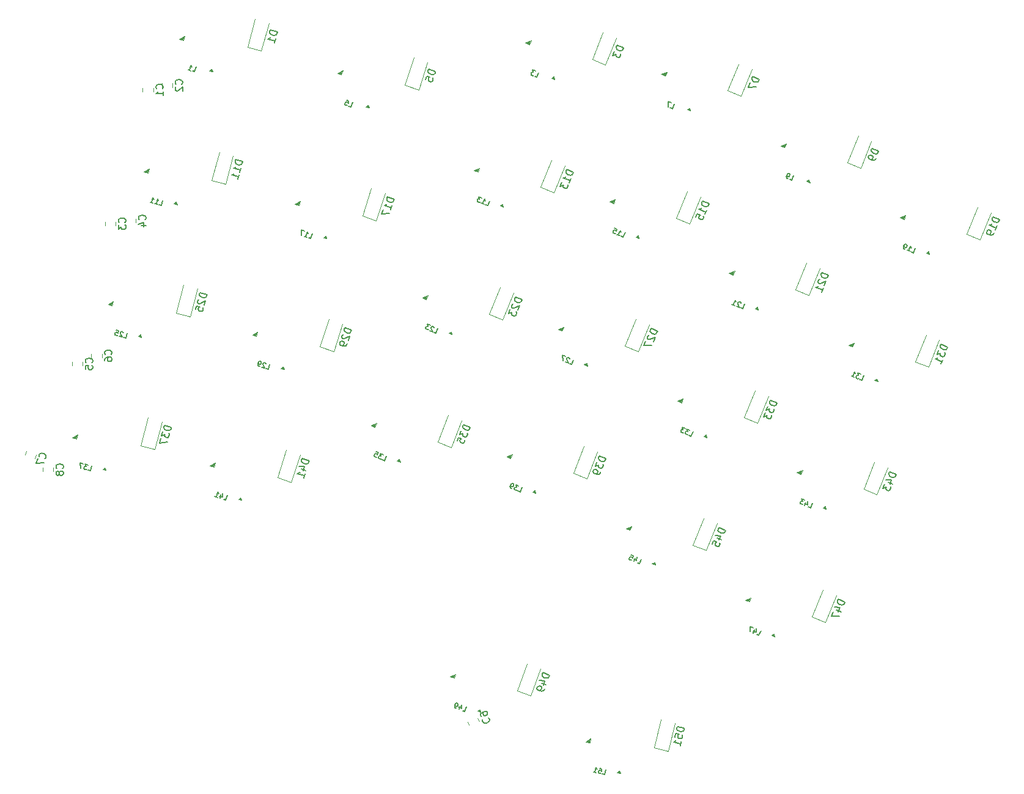
<source format=gbr>
%TF.GenerationSoftware,KiCad,Pcbnew,9.0.5*%
%TF.CreationDate,2025-10-09T16:25:36-06:00*%
%TF.ProjectId,ergo-kola (left),6572676f-2d6b-46f6-9c61-20286c656674,rev?*%
%TF.SameCoordinates,Original*%
%TF.FileFunction,Legend,Bot*%
%TF.FilePolarity,Positive*%
%FSLAX46Y46*%
G04 Gerber Fmt 4.6, Leading zero omitted, Abs format (unit mm)*
G04 Created by KiCad (PCBNEW 9.0.5) date 2025-10-09 16:25:36*
%MOMM*%
%LPD*%
G01*
G04 APERTURE LIST*
%ADD10C,0.150000*%
%ADD11C,0.100000*%
%ADD12C,0.120000*%
G04 APERTURE END LIST*
D10*
X59627577Y-104701005D02*
X59944596Y-104804010D01*
X59944596Y-104804010D02*
X60160908Y-104138271D01*
X59264555Y-104092369D02*
X59120347Y-104536196D01*
X59505469Y-103890257D02*
X59509470Y-104417288D01*
X59509470Y-104417288D02*
X59097345Y-104283381D01*
X58422905Y-104309583D02*
X58803328Y-104433190D01*
X58613116Y-104371386D02*
X58829428Y-103705647D01*
X58829428Y-103705647D02*
X58861930Y-103821354D01*
X58861930Y-103821354D02*
X58904733Y-103905358D01*
X58904733Y-103905358D02*
X58957836Y-103957662D01*
X152809524Y-101280211D02*
X151882340Y-100905604D01*
X151882340Y-100905604D02*
X151793148Y-101126362D01*
X151793148Y-101126362D02*
X151783784Y-101276655D01*
X151783784Y-101276655D02*
X151836411Y-101400635D01*
X151836411Y-101400635D02*
X151906876Y-101480464D01*
X151906876Y-101480464D02*
X152065644Y-101595969D01*
X152065644Y-101595969D02*
X152198098Y-101649484D01*
X152198098Y-101649484D02*
X152392543Y-101676686D01*
X152392543Y-101676686D02*
X152498685Y-101668211D01*
X152498685Y-101668211D02*
X152622665Y-101615585D01*
X152622665Y-101615585D02*
X152720332Y-101500969D01*
X152720332Y-101500969D02*
X152809524Y-101280211D01*
X151656249Y-102355021D02*
X152274372Y-102604759D01*
X151392228Y-101991556D02*
X152143694Y-102038374D01*
X152143694Y-102038374D02*
X151911795Y-102612345D01*
X151186642Y-102627517D02*
X150954743Y-103201488D01*
X150954743Y-103201488D02*
X151432824Y-103035134D01*
X151432824Y-103035134D02*
X151379309Y-103167589D01*
X151379309Y-103167589D02*
X151387784Y-103273730D01*
X151387784Y-103273730D02*
X151414097Y-103335720D01*
X151414097Y-103335720D02*
X151484562Y-103415549D01*
X151484562Y-103415549D02*
X151705320Y-103504741D01*
X151705320Y-103504741D02*
X151811462Y-103496266D01*
X151811462Y-103496266D02*
X151873452Y-103469953D01*
X151873452Y-103469953D02*
X151953280Y-103399488D01*
X151953280Y-103399488D02*
X152060311Y-103134578D01*
X152060311Y-103134578D02*
X152051836Y-103028437D01*
X152051836Y-103028437D02*
X152025523Y-102966447D01*
X88992311Y-45472224D02*
X88041254Y-45163207D01*
X88041254Y-45163207D02*
X87967679Y-45389650D01*
X87967679Y-45389650D02*
X87968822Y-45540230D01*
X87968822Y-45540230D02*
X88029969Y-45660237D01*
X88029969Y-45660237D02*
X88105830Y-45734955D01*
X88105830Y-45734955D02*
X88272269Y-45839104D01*
X88272269Y-45839104D02*
X88408134Y-45883249D01*
X88408134Y-45883249D02*
X88604003Y-45896821D01*
X88604003Y-45896821D02*
X88709295Y-45880963D01*
X88709295Y-45880963D02*
X88829302Y-45819817D01*
X88829302Y-45819817D02*
X88918735Y-45698667D01*
X88918735Y-45698667D02*
X88992311Y-45472224D01*
X87585086Y-46567148D02*
X87732237Y-46114264D01*
X87732237Y-46114264D02*
X88199837Y-46216127D01*
X88199837Y-46216127D02*
X88139833Y-46246700D01*
X88139833Y-46246700D02*
X88065114Y-46322562D01*
X88065114Y-46322562D02*
X87991539Y-46549004D01*
X87991539Y-46549004D02*
X88007397Y-46654296D01*
X88007397Y-46654296D02*
X88037971Y-46714299D01*
X88037971Y-46714299D02*
X88113832Y-46789018D01*
X88113832Y-46789018D02*
X88340274Y-46862593D01*
X88340274Y-46862593D02*
X88445566Y-46846735D01*
X88445566Y-46846735D02*
X88505570Y-46816162D01*
X88505570Y-46816162D02*
X88580288Y-46740300D01*
X88580288Y-46740300D02*
X88653864Y-46513858D01*
X88653864Y-46513858D02*
X88638006Y-46408566D01*
X88638006Y-46408566D02*
X88607432Y-46348562D01*
X51188580Y-47839333D02*
X51236200Y-47791714D01*
X51236200Y-47791714D02*
X51283819Y-47648857D01*
X51283819Y-47648857D02*
X51283819Y-47553619D01*
X51283819Y-47553619D02*
X51236200Y-47410762D01*
X51236200Y-47410762D02*
X51140961Y-47315524D01*
X51140961Y-47315524D02*
X51045723Y-47267905D01*
X51045723Y-47267905D02*
X50855247Y-47220286D01*
X50855247Y-47220286D02*
X50712390Y-47220286D01*
X50712390Y-47220286D02*
X50521914Y-47267905D01*
X50521914Y-47267905D02*
X50426676Y-47315524D01*
X50426676Y-47315524D02*
X50331438Y-47410762D01*
X50331438Y-47410762D02*
X50283819Y-47553619D01*
X50283819Y-47553619D02*
X50283819Y-47648857D01*
X50283819Y-47648857D02*
X50331438Y-47791714D01*
X50331438Y-47791714D02*
X50379057Y-47839333D01*
X51283819Y-48791714D02*
X51283819Y-48220286D01*
X51283819Y-48506000D02*
X50283819Y-48506000D01*
X50283819Y-48506000D02*
X50426676Y-48410762D01*
X50426676Y-48410762D02*
X50521914Y-48315524D01*
X50521914Y-48315524D02*
X50569533Y-48220286D01*
X71479140Y-99372210D02*
X70528084Y-99063193D01*
X70528084Y-99063193D02*
X70454508Y-99289635D01*
X70454508Y-99289635D02*
X70455651Y-99440215D01*
X70455651Y-99440215D02*
X70516798Y-99560222D01*
X70516798Y-99560222D02*
X70592660Y-99634941D01*
X70592660Y-99634941D02*
X70759098Y-99739090D01*
X70759098Y-99739090D02*
X70894963Y-99783235D01*
X70894963Y-99783235D02*
X71090832Y-99796807D01*
X71090832Y-99796807D02*
X71196124Y-99780949D01*
X71196124Y-99780949D02*
X71316131Y-99719802D01*
X71316131Y-99719802D02*
X71405565Y-99598652D01*
X71405565Y-99598652D02*
X71479140Y-99372210D01*
X70403650Y-100524851D02*
X71037687Y-100730862D01*
X70114918Y-100180688D02*
X70867819Y-100174972D01*
X70867819Y-100174972D02*
X70676523Y-100763722D01*
X70713955Y-101727207D02*
X70890536Y-101183746D01*
X70802246Y-101455477D02*
X69851189Y-101146460D01*
X69851189Y-101146460D02*
X70016485Y-101100028D01*
X70016485Y-101100028D02*
X70136492Y-101038881D01*
X70136492Y-101038881D02*
X70211210Y-100963020D01*
X108083991Y-59419722D02*
X107156807Y-59045115D01*
X107156807Y-59045115D02*
X107067615Y-59265873D01*
X107067615Y-59265873D02*
X107058251Y-59416166D01*
X107058251Y-59416166D02*
X107110878Y-59540146D01*
X107110878Y-59540146D02*
X107181343Y-59619975D01*
X107181343Y-59619975D02*
X107340111Y-59735480D01*
X107340111Y-59735480D02*
X107472565Y-59788995D01*
X107472565Y-59788995D02*
X107667010Y-59816197D01*
X107667010Y-59816197D02*
X107773152Y-59807722D01*
X107773152Y-59807722D02*
X107897132Y-59755096D01*
X107897132Y-59755096D02*
X107994799Y-59640480D01*
X107994799Y-59640480D02*
X108083991Y-59419722D01*
X107513162Y-60832573D02*
X107727223Y-60302754D01*
X107620192Y-60567663D02*
X106693008Y-60193057D01*
X106693008Y-60193057D02*
X106861140Y-60158269D01*
X106861140Y-60158269D02*
X106985120Y-60105642D01*
X106985120Y-60105642D02*
X107064948Y-60035178D01*
X106461109Y-60767028D02*
X106229210Y-61340999D01*
X106229210Y-61340999D02*
X106707291Y-61174645D01*
X106707291Y-61174645D02*
X106653776Y-61307100D01*
X106653776Y-61307100D02*
X106662251Y-61413241D01*
X106662251Y-61413241D02*
X106688564Y-61475231D01*
X106688564Y-61475231D02*
X106759029Y-61555060D01*
X106759029Y-61555060D02*
X106979787Y-61644252D01*
X106979787Y-61644252D02*
X107085929Y-61635777D01*
X107085929Y-61635777D02*
X107147919Y-61609464D01*
X107147919Y-61609464D02*
X107227747Y-61538999D01*
X107227747Y-61538999D02*
X107334778Y-61274089D01*
X107334778Y-61274089D02*
X107326303Y-61167948D01*
X107326303Y-61167948D02*
X107299990Y-61105958D01*
X112601108Y-99092814D02*
X111673924Y-98718207D01*
X111673924Y-98718207D02*
X111584732Y-98938965D01*
X111584732Y-98938965D02*
X111575368Y-99089258D01*
X111575368Y-99089258D02*
X111627995Y-99213238D01*
X111627995Y-99213238D02*
X111698460Y-99293067D01*
X111698460Y-99293067D02*
X111857228Y-99408572D01*
X111857228Y-99408572D02*
X111989682Y-99462087D01*
X111989682Y-99462087D02*
X112184127Y-99489289D01*
X112184127Y-99489289D02*
X112290269Y-99480814D01*
X112290269Y-99480814D02*
X112414249Y-99428188D01*
X112414249Y-99428188D02*
X112511916Y-99313572D01*
X112511916Y-99313572D02*
X112601108Y-99092814D01*
X111334994Y-99557088D02*
X111103095Y-100131059D01*
X111103095Y-100131059D02*
X111581177Y-99964705D01*
X111581177Y-99964705D02*
X111527661Y-100097159D01*
X111527661Y-100097159D02*
X111536136Y-100203301D01*
X111536136Y-100203301D02*
X111562449Y-100265291D01*
X111562449Y-100265291D02*
X111632914Y-100345119D01*
X111632914Y-100345119D02*
X111853672Y-100434312D01*
X111853672Y-100434312D02*
X111959814Y-100425837D01*
X111959814Y-100425837D02*
X112021804Y-100399524D01*
X112021804Y-100399524D02*
X112101632Y-100329059D01*
X112101632Y-100329059D02*
X112208663Y-100064149D01*
X112208663Y-100064149D02*
X112200188Y-99958007D01*
X112200188Y-99958007D02*
X112173875Y-99896017D01*
X111851895Y-100947181D02*
X111780541Y-101123788D01*
X111780541Y-101123788D02*
X111700713Y-101194253D01*
X111700713Y-101194253D02*
X111638723Y-101220566D01*
X111638723Y-101220566D02*
X111470591Y-101255354D01*
X111470591Y-101255354D02*
X111276146Y-101228152D01*
X111276146Y-101228152D02*
X110922933Y-101085444D01*
X110922933Y-101085444D02*
X110852468Y-101005616D01*
X110852468Y-101005616D02*
X110826155Y-100943626D01*
X110826155Y-100943626D02*
X110817680Y-100837484D01*
X110817680Y-100837484D02*
X110889034Y-100660878D01*
X110889034Y-100660878D02*
X110968862Y-100590413D01*
X110968862Y-100590413D02*
X111030852Y-100564100D01*
X111030852Y-100564100D02*
X111136994Y-100555625D01*
X111136994Y-100555625D02*
X111357752Y-100644817D01*
X111357752Y-100644817D02*
X111428217Y-100724646D01*
X111428217Y-100724646D02*
X111454530Y-100786636D01*
X111454530Y-100786636D02*
X111463005Y-100892777D01*
X111463005Y-100892777D02*
X111391651Y-101069384D01*
X111391651Y-101069384D02*
X111311823Y-101139849D01*
X111311823Y-101139849D02*
X111249833Y-101166162D01*
X111249833Y-101166162D02*
X111143691Y-101174637D01*
X40847868Y-100679069D02*
X41169843Y-100765342D01*
X41169843Y-100765342D02*
X41351016Y-100089194D01*
X40868053Y-99959784D02*
X40449485Y-99847629D01*
X40449485Y-99847629D02*
X40605849Y-100165601D01*
X40605849Y-100165601D02*
X40509257Y-100139719D01*
X40509257Y-100139719D02*
X40436235Y-100154662D01*
X40436235Y-100154662D02*
X40395410Y-100178232D01*
X40395410Y-100178232D02*
X40345958Y-100234000D01*
X40345958Y-100234000D02*
X40302821Y-100394987D01*
X40302821Y-100394987D02*
X40317764Y-100468010D01*
X40317764Y-100468010D02*
X40341334Y-100508834D01*
X40341334Y-100508834D02*
X40397102Y-100558287D01*
X40397102Y-100558287D02*
X40590287Y-100610050D01*
X40590287Y-100610050D02*
X40663309Y-100595107D01*
X40663309Y-100595107D02*
X40704134Y-100571537D01*
X40224102Y-99787238D02*
X39773337Y-99666456D01*
X39773337Y-99666456D02*
X39881941Y-100420250D01*
X100947747Y-77082577D02*
X100020563Y-76707970D01*
X100020563Y-76707970D02*
X99931371Y-76928728D01*
X99931371Y-76928728D02*
X99922007Y-77079021D01*
X99922007Y-77079021D02*
X99974634Y-77203001D01*
X99974634Y-77203001D02*
X100045099Y-77282830D01*
X100045099Y-77282830D02*
X100203867Y-77398335D01*
X100203867Y-77398335D02*
X100336321Y-77451850D01*
X100336321Y-77451850D02*
X100530766Y-77479052D01*
X100530766Y-77479052D02*
X100636908Y-77470577D01*
X100636908Y-77470577D02*
X100760888Y-77417951D01*
X100760888Y-77417951D02*
X100858555Y-77303335D01*
X100858555Y-77303335D02*
X100947747Y-77082577D01*
X99752098Y-77626679D02*
X99690108Y-77652992D01*
X99690108Y-77652992D02*
X99610280Y-77723457D01*
X99610280Y-77723457D02*
X99521088Y-77944215D01*
X99521088Y-77944215D02*
X99529562Y-78050357D01*
X99529562Y-78050357D02*
X99555876Y-78112347D01*
X99555876Y-78112347D02*
X99626340Y-78192175D01*
X99626340Y-78192175D02*
X99714644Y-78227852D01*
X99714644Y-78227852D02*
X99864937Y-78237216D01*
X99864937Y-78237216D02*
X100608817Y-77921457D01*
X100608817Y-77921457D02*
X100376918Y-78495428D01*
X99324865Y-78429883D02*
X99092966Y-79003854D01*
X99092966Y-79003854D02*
X99571047Y-78837500D01*
X99571047Y-78837500D02*
X99517532Y-78969955D01*
X99517532Y-78969955D02*
X99526007Y-79076096D01*
X99526007Y-79076096D02*
X99552320Y-79138086D01*
X99552320Y-79138086D02*
X99622785Y-79217915D01*
X99622785Y-79217915D02*
X99843543Y-79307107D01*
X99843543Y-79307107D02*
X99949685Y-79298632D01*
X99949685Y-79298632D02*
X100011675Y-79272319D01*
X100011675Y-79272319D02*
X100091503Y-79201854D01*
X100091503Y-79201854D02*
X100198534Y-78936944D01*
X100198534Y-78936944D02*
X100190059Y-78830803D01*
X100190059Y-78830803D02*
X100163746Y-78768813D01*
X131215290Y-78181319D02*
X131524351Y-78306188D01*
X131524351Y-78306188D02*
X131786576Y-77657160D01*
X131267104Y-77519182D02*
X131248685Y-77475789D01*
X131248685Y-77475789D02*
X131199359Y-77419909D01*
X131199359Y-77419909D02*
X131044829Y-77357474D01*
X131044829Y-77357474D02*
X130970529Y-77363407D01*
X130970529Y-77363407D02*
X130927136Y-77381826D01*
X130927136Y-77381826D02*
X130871257Y-77431151D01*
X130871257Y-77431151D02*
X130846283Y-77492963D01*
X130846283Y-77492963D02*
X130839728Y-77598169D01*
X130839728Y-77598169D02*
X131060759Y-78118885D01*
X131060759Y-78118885D02*
X130658979Y-77956555D01*
X130040857Y-77706818D02*
X130411730Y-77856660D01*
X130226293Y-77781739D02*
X130488518Y-77132710D01*
X130488518Y-77132710D02*
X130512870Y-77250402D01*
X130512870Y-77250402D02*
X130549708Y-77337188D01*
X130549708Y-77337188D02*
X130599033Y-77393068D01*
X65514351Y-86583388D02*
X65831370Y-86686393D01*
X65831370Y-86686393D02*
X66047682Y-86020654D01*
X65519850Y-85919248D02*
X65498449Y-85877246D01*
X65498449Y-85877246D02*
X65445346Y-85824943D01*
X65445346Y-85824943D02*
X65286836Y-85773440D01*
X65286836Y-85773440D02*
X65213132Y-85784541D01*
X65213132Y-85784541D02*
X65171130Y-85805942D01*
X65171130Y-85805942D02*
X65118827Y-85859045D01*
X65118827Y-85859045D02*
X65098226Y-85922449D01*
X65098226Y-85922449D02*
X65099026Y-86027855D01*
X65099026Y-86027855D02*
X65355842Y-86531885D01*
X65355842Y-86531885D02*
X64943717Y-86397977D01*
X64626698Y-86294972D02*
X64499890Y-86253769D01*
X64499890Y-86253769D02*
X64446787Y-86201466D01*
X64446787Y-86201466D02*
X64425386Y-86159464D01*
X64425386Y-86159464D02*
X64392884Y-86043757D01*
X64392884Y-86043757D02*
X64402384Y-85906649D01*
X64402384Y-85906649D02*
X64484789Y-85653034D01*
X64484789Y-85653034D02*
X64537092Y-85599931D01*
X64537092Y-85599931D02*
X64579094Y-85578529D01*
X64579094Y-85578529D02*
X64652798Y-85567429D01*
X64652798Y-85567429D02*
X64779606Y-85608631D01*
X64779606Y-85608631D02*
X64832709Y-85660934D01*
X64832709Y-85660934D02*
X64854111Y-85702936D01*
X64854111Y-85702936D02*
X64865211Y-85776641D01*
X64865211Y-85776641D02*
X64813708Y-85935150D01*
X64813708Y-85935150D02*
X64761405Y-85988253D01*
X64761405Y-85988253D02*
X64719403Y-86009655D01*
X64719403Y-86009655D02*
X64645699Y-86020755D01*
X64645699Y-86020755D02*
X64518891Y-85979553D01*
X64518891Y-85979553D02*
X64465788Y-85927250D01*
X64465788Y-85927250D02*
X64444387Y-85885248D01*
X64444387Y-85885248D02*
X64433286Y-85811543D01*
X92732388Y-133981960D02*
X93045619Y-134095966D01*
X93045619Y-134095966D02*
X93285033Y-133438182D01*
X92390828Y-133361026D02*
X92231219Y-133799549D01*
X92638649Y-133167444D02*
X92624254Y-133694294D01*
X92624254Y-133694294D02*
X92217054Y-133546085D01*
X91855341Y-133662741D02*
X91730049Y-133617138D01*
X91730049Y-133617138D02*
X91678803Y-133563014D01*
X91678803Y-133563014D02*
X91658881Y-133520290D01*
X91658881Y-133520290D02*
X91630437Y-133403519D01*
X91630437Y-133403519D02*
X91644717Y-133266826D01*
X91644717Y-133266826D02*
X91735922Y-133016242D01*
X91735922Y-133016242D02*
X91790046Y-132964996D01*
X91790046Y-132964996D02*
X91832770Y-132945074D01*
X91832770Y-132945074D02*
X91906817Y-132936552D01*
X91906817Y-132936552D02*
X92032109Y-132982155D01*
X92032109Y-132982155D02*
X92083355Y-133036279D01*
X92083355Y-133036279D02*
X92103277Y-133079003D01*
X92103277Y-133079003D02*
X92111799Y-133153050D01*
X92111799Y-133153050D02*
X92054796Y-133309665D01*
X92054796Y-133309665D02*
X92000671Y-133360911D01*
X92000671Y-133360911D02*
X91957947Y-133380833D01*
X91957947Y-133380833D02*
X91883901Y-133389355D01*
X91883901Y-133389355D02*
X91758608Y-133343752D01*
X91758608Y-133343752D02*
X91707363Y-133289628D01*
X91707363Y-133289628D02*
X91687440Y-133246904D01*
X91687440Y-133246904D02*
X91678919Y-133172857D01*
X88753336Y-81571666D02*
X89062397Y-81696535D01*
X89062397Y-81696535D02*
X89324622Y-81047507D01*
X88805150Y-80909529D02*
X88786731Y-80866136D01*
X88786731Y-80866136D02*
X88737405Y-80810256D01*
X88737405Y-80810256D02*
X88582875Y-80747821D01*
X88582875Y-80747821D02*
X88508575Y-80753754D01*
X88508575Y-80753754D02*
X88465182Y-80772173D01*
X88465182Y-80772173D02*
X88409303Y-80821498D01*
X88409303Y-80821498D02*
X88384329Y-80883310D01*
X88384329Y-80883310D02*
X88377774Y-80988516D01*
X88377774Y-80988516D02*
X88598805Y-81509232D01*
X88598805Y-81509232D02*
X88197025Y-81346902D01*
X88242907Y-80610465D02*
X87841127Y-80448136D01*
X87841127Y-80448136D02*
X87957575Y-80782793D01*
X87957575Y-80782793D02*
X87864857Y-80745332D01*
X87864857Y-80745332D02*
X87790557Y-80751265D01*
X87790557Y-80751265D02*
X87747164Y-80769684D01*
X87747164Y-80769684D02*
X87691285Y-80819009D01*
X87691285Y-80819009D02*
X87628850Y-80973540D01*
X87628850Y-80973540D02*
X87634782Y-81047839D01*
X87634782Y-81047839D02*
X87653202Y-81091232D01*
X87653202Y-81091232D02*
X87702527Y-81147112D01*
X87702527Y-81147112D02*
X87887964Y-81222033D01*
X87887964Y-81222033D02*
X87962263Y-81216101D01*
X87962263Y-81216101D02*
X88005656Y-81197682D01*
X81617072Y-99234522D02*
X81926133Y-99359391D01*
X81926133Y-99359391D02*
X82188358Y-98710363D01*
X81724766Y-98523059D02*
X81322986Y-98360730D01*
X81322986Y-98360730D02*
X81439434Y-98695387D01*
X81439434Y-98695387D02*
X81346715Y-98657926D01*
X81346715Y-98657926D02*
X81272416Y-98663859D01*
X81272416Y-98663859D02*
X81229023Y-98682278D01*
X81229023Y-98682278D02*
X81173143Y-98731603D01*
X81173143Y-98731603D02*
X81110709Y-98886134D01*
X81110709Y-98886134D02*
X81116641Y-98960433D01*
X81116641Y-98960433D02*
X81135061Y-99003826D01*
X81135061Y-99003826D02*
X81184386Y-99059706D01*
X81184386Y-99059706D02*
X81369823Y-99134627D01*
X81369823Y-99134627D02*
X81444122Y-99128695D01*
X81444122Y-99128695D02*
X81487515Y-99110276D01*
X80735769Y-98123479D02*
X81044831Y-98248348D01*
X81044831Y-98248348D02*
X80950868Y-98569896D01*
X80950868Y-98569896D02*
X80932449Y-98526503D01*
X80932449Y-98526503D02*
X80883123Y-98470623D01*
X80883123Y-98470623D02*
X80728593Y-98408188D01*
X80728593Y-98408188D02*
X80654293Y-98414121D01*
X80654293Y-98414121D02*
X80610900Y-98432540D01*
X80610900Y-98432540D02*
X80555021Y-98481865D01*
X80555021Y-98481865D02*
X80492586Y-98636396D01*
X80492586Y-98636396D02*
X80498518Y-98710695D01*
X80498518Y-98710695D02*
X80516938Y-98754088D01*
X80516938Y-98754088D02*
X80566263Y-98809968D01*
X80566263Y-98809968D02*
X80720794Y-98872403D01*
X80720794Y-98872403D02*
X80795093Y-98866470D01*
X80795093Y-98866470D02*
X80838486Y-98848051D01*
X50708872Y-63877288D02*
X51030847Y-63963561D01*
X51030847Y-63963561D02*
X51212020Y-63287413D01*
X50129316Y-63721996D02*
X50515686Y-63825524D01*
X50322501Y-63773760D02*
X50503674Y-63097612D01*
X50503674Y-63097612D02*
X50542188Y-63211459D01*
X50542188Y-63211459D02*
X50589328Y-63293109D01*
X50589328Y-63293109D02*
X50645096Y-63342561D01*
X49485365Y-63549450D02*
X49871735Y-63652978D01*
X49678550Y-63601214D02*
X49859723Y-62925066D01*
X49859723Y-62925066D02*
X49898237Y-63038913D01*
X49898237Y-63038913D02*
X49945377Y-63120563D01*
X49945377Y-63120563D02*
X50001145Y-63170015D01*
X114679205Y-68256193D02*
X114988266Y-68381062D01*
X114988266Y-68381062D02*
X115250491Y-67732034D01*
X114122894Y-68031429D02*
X114493768Y-68181272D01*
X114308331Y-68106351D02*
X114570556Y-67457322D01*
X114570556Y-67457322D02*
X114594907Y-67575014D01*
X114594907Y-67575014D02*
X114631746Y-67661800D01*
X114631746Y-67661800D02*
X114681071Y-67717680D01*
X113797902Y-67145150D02*
X114106964Y-67270019D01*
X114106964Y-67270019D02*
X114013001Y-67591567D01*
X114013001Y-67591567D02*
X113994582Y-67548174D01*
X113994582Y-67548174D02*
X113945256Y-67492294D01*
X113945256Y-67492294D02*
X113790726Y-67429859D01*
X113790726Y-67429859D02*
X113716426Y-67435792D01*
X113716426Y-67435792D02*
X113673033Y-67454211D01*
X113673033Y-67454211D02*
X113617154Y-67503536D01*
X113617154Y-67503536D02*
X113554719Y-67658067D01*
X113554719Y-67658067D02*
X113560651Y-67732366D01*
X113560651Y-67732366D02*
X113579071Y-67775759D01*
X113579071Y-67775759D02*
X113628396Y-67831639D01*
X113628396Y-67831639D02*
X113782927Y-67894074D01*
X113782927Y-67894074D02*
X113857226Y-67888141D01*
X113857226Y-67888141D02*
X113900619Y-67869722D01*
X115041870Y-42198383D02*
X114114686Y-41823777D01*
X114114686Y-41823777D02*
X114025494Y-42044535D01*
X114025494Y-42044535D02*
X114016130Y-42194828D01*
X114016130Y-42194828D02*
X114068756Y-42318808D01*
X114068756Y-42318808D02*
X114139221Y-42398636D01*
X114139221Y-42398636D02*
X114297989Y-42514142D01*
X114297989Y-42514142D02*
X114430444Y-42567657D01*
X114430444Y-42567657D02*
X114624889Y-42594859D01*
X114624889Y-42594859D02*
X114731031Y-42586384D01*
X114731031Y-42586384D02*
X114855011Y-42533758D01*
X114855011Y-42533758D02*
X114952677Y-42419141D01*
X114952677Y-42419141D02*
X115041870Y-42198383D01*
X113775756Y-42662657D02*
X113543857Y-43236628D01*
X113543857Y-43236628D02*
X114021938Y-43070274D01*
X114021938Y-43070274D02*
X113968423Y-43202729D01*
X113968423Y-43202729D02*
X113976898Y-43308871D01*
X113976898Y-43308871D02*
X114003211Y-43370861D01*
X114003211Y-43370861D02*
X114073676Y-43450689D01*
X114073676Y-43450689D02*
X114294434Y-43539881D01*
X114294434Y-43539881D02*
X114400576Y-43531406D01*
X114400576Y-43531406D02*
X114462566Y-43505093D01*
X114462566Y-43505093D02*
X114542394Y-43434628D01*
X114542394Y-43434628D02*
X114649425Y-43169719D01*
X114649425Y-43169719D02*
X114640950Y-43063577D01*
X114640950Y-43063577D02*
X114614637Y-43001587D01*
X95889580Y-63908811D02*
X96198641Y-64033680D01*
X96198641Y-64033680D02*
X96460866Y-63384652D01*
X95333269Y-63684047D02*
X95704143Y-63833890D01*
X95518706Y-63758969D02*
X95780931Y-63109940D01*
X95780931Y-63109940D02*
X95805282Y-63227632D01*
X95805282Y-63227632D02*
X95842121Y-63314418D01*
X95842121Y-63314418D02*
X95891446Y-63370298D01*
X95379151Y-62947610D02*
X94977371Y-62785281D01*
X94977371Y-62785281D02*
X95093819Y-63119938D01*
X95093819Y-63119938D02*
X95001101Y-63082477D01*
X95001101Y-63082477D02*
X94926801Y-63088410D01*
X94926801Y-63088410D02*
X94883408Y-63106829D01*
X94883408Y-63106829D02*
X94827529Y-63156154D01*
X94827529Y-63156154D02*
X94765094Y-63310685D01*
X94765094Y-63310685D02*
X94771026Y-63384984D01*
X94771026Y-63384984D02*
X94789446Y-63428377D01*
X94789446Y-63428377D02*
X94838771Y-63484257D01*
X94838771Y-63484257D02*
X95024208Y-63559178D01*
X95024208Y-63559178D02*
X95098507Y-63553246D01*
X95098507Y-63553246D02*
X95141900Y-63534827D01*
X62265305Y-57935534D02*
X61299379Y-57676715D01*
X61299379Y-57676715D02*
X61237756Y-57906698D01*
X61237756Y-57906698D02*
X61246778Y-58057012D01*
X61246778Y-58057012D02*
X61314122Y-58173654D01*
X61314122Y-58173654D02*
X61393790Y-58244300D01*
X61393790Y-58244300D02*
X61565451Y-58339595D01*
X61565451Y-58339595D02*
X61703440Y-58376570D01*
X61703440Y-58376570D02*
X61899751Y-58379872D01*
X61899751Y-58379872D02*
X62004069Y-58358525D01*
X62004069Y-58358525D02*
X62120711Y-58291181D01*
X62120711Y-58291181D02*
X62203682Y-58165517D01*
X62203682Y-58165517D02*
X62265305Y-57935534D01*
X61870914Y-59407421D02*
X62018811Y-58855464D01*
X61944863Y-59131443D02*
X60978937Y-58872623D01*
X60978937Y-58872623D02*
X61141576Y-58817605D01*
X61141576Y-58817605D02*
X61258218Y-58750261D01*
X61258218Y-58750261D02*
X61328864Y-58670593D01*
X61624420Y-60327351D02*
X61772317Y-59775393D01*
X61698368Y-60051372D02*
X60732442Y-59792553D01*
X60732442Y-59792553D02*
X60895081Y-59737534D01*
X60895081Y-59737534D02*
X61011724Y-59670191D01*
X61011724Y-59670191D02*
X61082370Y-59590522D01*
X133831495Y-46545765D02*
X132904311Y-46171159D01*
X132904311Y-46171159D02*
X132815119Y-46391917D01*
X132815119Y-46391917D02*
X132805755Y-46542210D01*
X132805755Y-46542210D02*
X132858381Y-46666190D01*
X132858381Y-46666190D02*
X132928846Y-46746018D01*
X132928846Y-46746018D02*
X133087614Y-46861524D01*
X133087614Y-46861524D02*
X133220069Y-46915039D01*
X133220069Y-46915039D02*
X133414514Y-46942241D01*
X133414514Y-46942241D02*
X133520656Y-46933766D01*
X133520656Y-46933766D02*
X133644636Y-46881140D01*
X133644636Y-46881140D02*
X133742302Y-46766523D01*
X133742302Y-46766523D02*
X133831495Y-46545765D01*
X132565381Y-47010039D02*
X132315643Y-47628162D01*
X132315643Y-47628162D02*
X133403373Y-47605404D01*
X83252688Y-63136957D02*
X82301632Y-62827940D01*
X82301632Y-62827940D02*
X82228056Y-63054382D01*
X82228056Y-63054382D02*
X82229199Y-63204962D01*
X82229199Y-63204962D02*
X82290346Y-63324969D01*
X82290346Y-63324969D02*
X82366208Y-63399688D01*
X82366208Y-63399688D02*
X82532646Y-63503837D01*
X82532646Y-63503837D02*
X82668511Y-63547982D01*
X82668511Y-63547982D02*
X82864380Y-63561554D01*
X82864380Y-63561554D02*
X82969672Y-63545696D01*
X82969672Y-63545696D02*
X83089679Y-63484549D01*
X83089679Y-63484549D02*
X83179113Y-63363399D01*
X83179113Y-63363399D02*
X83252688Y-63136957D01*
X82781805Y-64586186D02*
X82958386Y-64042725D01*
X82870096Y-64314455D02*
X81919039Y-64005438D01*
X81919039Y-64005438D02*
X82084334Y-63959007D01*
X82084334Y-63959007D02*
X82204341Y-63897860D01*
X82204341Y-63897860D02*
X82279060Y-63821999D01*
X81727743Y-64594188D02*
X81521731Y-65228225D01*
X81521731Y-65228225D02*
X82605224Y-65129647D01*
X138042493Y-60393596D02*
X138351554Y-60518465D01*
X138351554Y-60518465D02*
X138613779Y-59869436D01*
X137795244Y-60293701D02*
X137671619Y-60243753D01*
X137671619Y-60243753D02*
X137622294Y-60187873D01*
X137622294Y-60187873D02*
X137603875Y-60144480D01*
X137603875Y-60144480D02*
X137579523Y-60026788D01*
X137579523Y-60026788D02*
X137598564Y-59890676D01*
X137598564Y-59890676D02*
X137698460Y-59643427D01*
X137698460Y-59643427D02*
X137754339Y-59594102D01*
X137754339Y-59594102D02*
X137797732Y-59575683D01*
X137797732Y-59575683D02*
X137872032Y-59569750D01*
X137872032Y-59569750D02*
X137995656Y-59619698D01*
X137995656Y-59619698D02*
X138044981Y-59675578D01*
X138044981Y-59675578D02*
X138063401Y-59718971D01*
X138063401Y-59718971D02*
X138069333Y-59793270D01*
X138069333Y-59793270D02*
X138006899Y-59947801D01*
X138006899Y-59947801D02*
X137951019Y-59997126D01*
X137951019Y-59997126D02*
X137907626Y-60015545D01*
X137907626Y-60015545D02*
X137833327Y-60021478D01*
X137833327Y-60021478D02*
X137709702Y-59971530D01*
X137709702Y-59971530D02*
X137660377Y-59915650D01*
X137660377Y-59915650D02*
X137641957Y-59872257D01*
X137641957Y-59872257D02*
X137636025Y-59797958D01*
X140615113Y-105769300D02*
X140924174Y-105894169D01*
X140924174Y-105894169D02*
X141186399Y-105245141D01*
X140295431Y-105136824D02*
X140120615Y-105569510D01*
X140549857Y-104952010D02*
X140517084Y-105478036D01*
X140517084Y-105478036D02*
X140115305Y-105315707D01*
X140104684Y-104808099D02*
X139702904Y-104645770D01*
X139702904Y-104645770D02*
X139819352Y-104980427D01*
X139819352Y-104980427D02*
X139726634Y-104942966D01*
X139726634Y-104942966D02*
X139652334Y-104948899D01*
X139652334Y-104948899D02*
X139608941Y-104967318D01*
X139608941Y-104967318D02*
X139553062Y-105016643D01*
X139553062Y-105016643D02*
X139490627Y-105171174D01*
X139490627Y-105171174D02*
X139496559Y-105245473D01*
X139496559Y-105245473D02*
X139514979Y-105288866D01*
X139514979Y-105288866D02*
X139564304Y-105344746D01*
X139564304Y-105344746D02*
X139749741Y-105419667D01*
X139749741Y-105419667D02*
X139824040Y-105413735D01*
X139824040Y-105413735D02*
X139867433Y-105395316D01*
X150367581Y-56470891D02*
X149440397Y-56096285D01*
X149440397Y-56096285D02*
X149351205Y-56317043D01*
X149351205Y-56317043D02*
X149341841Y-56467336D01*
X149341841Y-56467336D02*
X149394467Y-56591316D01*
X149394467Y-56591316D02*
X149464932Y-56671144D01*
X149464932Y-56671144D02*
X149623700Y-56786650D01*
X149623700Y-56786650D02*
X149756155Y-56840165D01*
X149756155Y-56840165D02*
X149950600Y-56867367D01*
X149950600Y-56867367D02*
X150056742Y-56858892D01*
X150056742Y-56858892D02*
X150180722Y-56806266D01*
X150180722Y-56806266D02*
X150278388Y-56691649D01*
X150278388Y-56691649D02*
X150367581Y-56470891D01*
X149975136Y-57442227D02*
X149903782Y-57618833D01*
X149903782Y-57618833D02*
X149823953Y-57689298D01*
X149823953Y-57689298D02*
X149761963Y-57715611D01*
X149761963Y-57715611D02*
X149593832Y-57750399D01*
X149593832Y-57750399D02*
X149399387Y-57723197D01*
X149399387Y-57723197D02*
X149046174Y-57580490D01*
X149046174Y-57580490D02*
X148975709Y-57500661D01*
X148975709Y-57500661D02*
X148949396Y-57438671D01*
X148949396Y-57438671D02*
X148940921Y-57332530D01*
X148940921Y-57332530D02*
X149012275Y-57155923D01*
X149012275Y-57155923D02*
X149092103Y-57085458D01*
X149092103Y-57085458D02*
X149154093Y-57059145D01*
X149154093Y-57059145D02*
X149260235Y-57050670D01*
X149260235Y-57050670D02*
X149480993Y-57139862D01*
X149480993Y-57139862D02*
X149551458Y-57219691D01*
X149551458Y-57219691D02*
X149577771Y-57281681D01*
X149577771Y-57281681D02*
X149586246Y-57387823D01*
X149586246Y-57387823D02*
X149514892Y-57564429D01*
X149514892Y-57564429D02*
X149435064Y-57634894D01*
X149435064Y-57634894D02*
X149373074Y-57661207D01*
X149373074Y-57661207D02*
X149266932Y-57669682D01*
X154887621Y-70443590D02*
X155196682Y-70568459D01*
X155196682Y-70568459D02*
X155458907Y-69919431D01*
X154331310Y-70218826D02*
X154702184Y-70368669D01*
X154516747Y-70293748D02*
X154778972Y-69644719D01*
X154778972Y-69644719D02*
X154803323Y-69762411D01*
X154803323Y-69762411D02*
X154840162Y-69849197D01*
X154840162Y-69849197D02*
X154889487Y-69905077D01*
X154022249Y-70093957D02*
X153898624Y-70044010D01*
X153898624Y-70044010D02*
X153849299Y-69988130D01*
X153849299Y-69988130D02*
X153830880Y-69944737D01*
X153830880Y-69944737D02*
X153806528Y-69827045D01*
X153806528Y-69827045D02*
X153825570Y-69690933D01*
X153825570Y-69690933D02*
X153925465Y-69443684D01*
X153925465Y-69443684D02*
X153981345Y-69394359D01*
X153981345Y-69394359D02*
X154024738Y-69375940D01*
X154024738Y-69375940D02*
X154099037Y-69370007D01*
X154099037Y-69370007D02*
X154222661Y-69419955D01*
X154222661Y-69419955D02*
X154271987Y-69475835D01*
X154271987Y-69475835D02*
X154290406Y-69519228D01*
X154290406Y-69519228D02*
X154296338Y-69593527D01*
X154296338Y-69593527D02*
X154233904Y-69748058D01*
X154233904Y-69748058D02*
X154178024Y-69797383D01*
X154178024Y-69797383D02*
X154134631Y-69815802D01*
X154134631Y-69815802D02*
X154060332Y-69821735D01*
X154060332Y-69821735D02*
X153936707Y-69771787D01*
X153936707Y-69771787D02*
X153887382Y-69715907D01*
X153887382Y-69715907D02*
X153868963Y-69672514D01*
X153868963Y-69672514D02*
X153863030Y-69598215D01*
X44076580Y-84647833D02*
X44124200Y-84600214D01*
X44124200Y-84600214D02*
X44171819Y-84457357D01*
X44171819Y-84457357D02*
X44171819Y-84362119D01*
X44171819Y-84362119D02*
X44124200Y-84219262D01*
X44124200Y-84219262D02*
X44028961Y-84124024D01*
X44028961Y-84124024D02*
X43933723Y-84076405D01*
X43933723Y-84076405D02*
X43743247Y-84028786D01*
X43743247Y-84028786D02*
X43600390Y-84028786D01*
X43600390Y-84028786D02*
X43409914Y-84076405D01*
X43409914Y-84076405D02*
X43314676Y-84124024D01*
X43314676Y-84124024D02*
X43219438Y-84219262D01*
X43219438Y-84219262D02*
X43171819Y-84362119D01*
X43171819Y-84362119D02*
X43171819Y-84457357D01*
X43171819Y-84457357D02*
X43219438Y-84600214D01*
X43219438Y-84600214D02*
X43267057Y-84647833D01*
X43171819Y-85504976D02*
X43171819Y-85314500D01*
X43171819Y-85314500D02*
X43219438Y-85219262D01*
X43219438Y-85219262D02*
X43267057Y-85171643D01*
X43267057Y-85171643D02*
X43409914Y-85076405D01*
X43409914Y-85076405D02*
X43600390Y-85028786D01*
X43600390Y-85028786D02*
X43981342Y-85028786D01*
X43981342Y-85028786D02*
X44076580Y-85076405D01*
X44076580Y-85076405D02*
X44124200Y-85124024D01*
X44124200Y-85124024D02*
X44171819Y-85219262D01*
X44171819Y-85219262D02*
X44171819Y-85409738D01*
X44171819Y-85409738D02*
X44124200Y-85504976D01*
X44124200Y-85504976D02*
X44076580Y-85552595D01*
X44076580Y-85552595D02*
X43981342Y-85600214D01*
X43981342Y-85600214D02*
X43743247Y-85600214D01*
X43743247Y-85600214D02*
X43648009Y-85552595D01*
X43648009Y-85552595D02*
X43600390Y-85504976D01*
X43600390Y-85504976D02*
X43552771Y-85409738D01*
X43552771Y-85409738D02*
X43552771Y-85219262D01*
X43552771Y-85219262D02*
X43600390Y-85124024D01*
X43600390Y-85124024D02*
X43648009Y-85076405D01*
X43648009Y-85076405D02*
X43743247Y-85028786D01*
X143409701Y-73692230D02*
X142482517Y-73317623D01*
X142482517Y-73317623D02*
X142393325Y-73538381D01*
X142393325Y-73538381D02*
X142383961Y-73688674D01*
X142383961Y-73688674D02*
X142436588Y-73812654D01*
X142436588Y-73812654D02*
X142507053Y-73892483D01*
X142507053Y-73892483D02*
X142665821Y-74007988D01*
X142665821Y-74007988D02*
X142798275Y-74061503D01*
X142798275Y-74061503D02*
X142992720Y-74088705D01*
X142992720Y-74088705D02*
X143098862Y-74080230D01*
X143098862Y-74080230D02*
X143222842Y-74027604D01*
X143222842Y-74027604D02*
X143320509Y-73912988D01*
X143320509Y-73912988D02*
X143409701Y-73692230D01*
X142214052Y-74236332D02*
X142152062Y-74262645D01*
X142152062Y-74262645D02*
X142072234Y-74333110D01*
X142072234Y-74333110D02*
X141983042Y-74553868D01*
X141983042Y-74553868D02*
X141991516Y-74660010D01*
X141991516Y-74660010D02*
X142017830Y-74722000D01*
X142017830Y-74722000D02*
X142088294Y-74801828D01*
X142088294Y-74801828D02*
X142176598Y-74837505D01*
X142176598Y-74837505D02*
X142326891Y-74846869D01*
X142326891Y-74846869D02*
X143070771Y-74531110D01*
X143070771Y-74531110D02*
X142838872Y-75105081D01*
X142482104Y-75988113D02*
X142696164Y-75458294D01*
X142589134Y-75723204D02*
X141661950Y-75348597D01*
X141661950Y-75348597D02*
X141830082Y-75313809D01*
X141830082Y-75313809D02*
X141954062Y-75261183D01*
X141954062Y-75261183D02*
X142033890Y-75190718D01*
X55317399Y-45390125D02*
X55639374Y-45476398D01*
X55639374Y-45476398D02*
X55820547Y-44800250D01*
X54737843Y-45234833D02*
X55124213Y-45338361D01*
X54931028Y-45286597D02*
X55112201Y-44610449D01*
X55112201Y-44610449D02*
X55150715Y-44724296D01*
X55150715Y-44724296D02*
X55197855Y-44805946D01*
X55197855Y-44805946D02*
X55253623Y-44855398D01*
X119737371Y-81429959D02*
X118810187Y-81055352D01*
X118810187Y-81055352D02*
X118720995Y-81276110D01*
X118720995Y-81276110D02*
X118711631Y-81426403D01*
X118711631Y-81426403D02*
X118764258Y-81550383D01*
X118764258Y-81550383D02*
X118834723Y-81630212D01*
X118834723Y-81630212D02*
X118993491Y-81745717D01*
X118993491Y-81745717D02*
X119125945Y-81799232D01*
X119125945Y-81799232D02*
X119320390Y-81826434D01*
X119320390Y-81826434D02*
X119426532Y-81817959D01*
X119426532Y-81817959D02*
X119550512Y-81765333D01*
X119550512Y-81765333D02*
X119648179Y-81650717D01*
X119648179Y-81650717D02*
X119737371Y-81429959D01*
X118541722Y-81974061D02*
X118479732Y-82000374D01*
X118479732Y-82000374D02*
X118399904Y-82070839D01*
X118399904Y-82070839D02*
X118310712Y-82291597D01*
X118310712Y-82291597D02*
X118319186Y-82397739D01*
X118319186Y-82397739D02*
X118345500Y-82459729D01*
X118345500Y-82459729D02*
X118415964Y-82539557D01*
X118415964Y-82539557D02*
X118504268Y-82575234D01*
X118504268Y-82575234D02*
X118654561Y-82584598D01*
X118654561Y-82584598D02*
X119398441Y-82268839D01*
X119398441Y-82268839D02*
X119166542Y-82842810D01*
X118114489Y-82777265D02*
X117864751Y-83395387D01*
X117864751Y-83395387D02*
X118952481Y-83372630D01*
X133478850Y-123432156D02*
X133787911Y-123557025D01*
X133787911Y-123557025D02*
X134050136Y-122907997D01*
X133159168Y-122799680D02*
X132984352Y-123232366D01*
X133413594Y-122614866D02*
X133380821Y-123140892D01*
X133380821Y-123140892D02*
X132979042Y-122978563D01*
X132968421Y-122470955D02*
X132535735Y-122296139D01*
X132535735Y-122296139D02*
X132551666Y-123057550D01*
X67072560Y-39994610D02*
X66106634Y-39735790D01*
X66106634Y-39735790D02*
X66045011Y-39965773D01*
X66045011Y-39965773D02*
X66054033Y-40116087D01*
X66054033Y-40116087D02*
X66121376Y-40232729D01*
X66121376Y-40232729D02*
X66201045Y-40303375D01*
X66201045Y-40303375D02*
X66372706Y-40398671D01*
X66372706Y-40398671D02*
X66510695Y-40435645D01*
X66510695Y-40435645D02*
X66707006Y-40438947D01*
X66707006Y-40438947D02*
X66811323Y-40417600D01*
X66811323Y-40417600D02*
X66927966Y-40350257D01*
X66927966Y-40350257D02*
X67010936Y-40224592D01*
X67010936Y-40224592D02*
X67072560Y-39994610D01*
X66678169Y-41466497D02*
X66826066Y-40914539D01*
X66752117Y-41190518D02*
X65786191Y-40931699D01*
X65786191Y-40931699D02*
X65948830Y-40876680D01*
X65948830Y-40876680D02*
X66065473Y-40809336D01*
X66065473Y-40809336D02*
X66136119Y-40729668D01*
X167082032Y-65954501D02*
X166154848Y-65579894D01*
X166154848Y-65579894D02*
X166065656Y-65800652D01*
X166065656Y-65800652D02*
X166056292Y-65950945D01*
X166056292Y-65950945D02*
X166108919Y-66074925D01*
X166108919Y-66074925D02*
X166179384Y-66154754D01*
X166179384Y-66154754D02*
X166338152Y-66270259D01*
X166338152Y-66270259D02*
X166470606Y-66323774D01*
X166470606Y-66323774D02*
X166665051Y-66350976D01*
X166665051Y-66350976D02*
X166771193Y-66342501D01*
X166771193Y-66342501D02*
X166895173Y-66289875D01*
X166895173Y-66289875D02*
X166992840Y-66175259D01*
X166992840Y-66175259D02*
X167082032Y-65954501D01*
X166511203Y-67367352D02*
X166725264Y-66837533D01*
X166618233Y-67102442D02*
X165691049Y-66727836D01*
X165691049Y-66727836D02*
X165859181Y-66693048D01*
X165859181Y-66693048D02*
X165983161Y-66640421D01*
X165983161Y-66640421D02*
X166062989Y-66569957D01*
X166332819Y-67808868D02*
X166261465Y-67985475D01*
X166261465Y-67985475D02*
X166181637Y-68055940D01*
X166181637Y-68055940D02*
X166119647Y-68082253D01*
X166119647Y-68082253D02*
X165951515Y-68117041D01*
X165951515Y-68117041D02*
X165757070Y-68089839D01*
X165757070Y-68089839D02*
X165403857Y-67947131D01*
X165403857Y-67947131D02*
X165333392Y-67867303D01*
X165333392Y-67867303D02*
X165307079Y-67805313D01*
X165307079Y-67805313D02*
X165298604Y-67699171D01*
X165298604Y-67699171D02*
X165369958Y-67522565D01*
X165369958Y-67522565D02*
X165449786Y-67452100D01*
X165449786Y-67452100D02*
X165511776Y-67425787D01*
X165511776Y-67425787D02*
X165617918Y-67417312D01*
X165617918Y-67417312D02*
X165838676Y-67506504D01*
X165838676Y-67506504D02*
X165909141Y-67586333D01*
X165909141Y-67586333D02*
X165935454Y-67648323D01*
X165935454Y-67648323D02*
X165943929Y-67754464D01*
X165943929Y-67754464D02*
X165872575Y-67931071D01*
X165872575Y-67931071D02*
X165792747Y-68001536D01*
X165792747Y-68001536D02*
X165730757Y-68027849D01*
X165730757Y-68027849D02*
X165624615Y-68036324D01*
X71401125Y-68465752D02*
X71718144Y-68568757D01*
X71718144Y-68568757D02*
X71934456Y-67903018D01*
X70830491Y-68280341D02*
X71210914Y-68403948D01*
X71020702Y-68342145D02*
X71237014Y-67676405D01*
X71237014Y-67676405D02*
X71269516Y-67792112D01*
X71269516Y-67792112D02*
X71312319Y-67876117D01*
X71312319Y-67876117D02*
X71365422Y-67928420D01*
X70824889Y-67542498D02*
X70381063Y-67398290D01*
X70381063Y-67398290D02*
X70450068Y-68156735D01*
X45778370Y-82278178D02*
X46100345Y-82364451D01*
X46100345Y-82364451D02*
X46281518Y-81688303D01*
X45749103Y-81614661D02*
X45725533Y-81573836D01*
X45725533Y-81573836D02*
X45669765Y-81524384D01*
X45669765Y-81524384D02*
X45508777Y-81481247D01*
X45508777Y-81481247D02*
X45435755Y-81496190D01*
X45435755Y-81496190D02*
X45394930Y-81519761D01*
X45394930Y-81519761D02*
X45345478Y-81575528D01*
X45345478Y-81575528D02*
X45328223Y-81639923D01*
X45328223Y-81639923D02*
X45334539Y-81745143D01*
X45334539Y-81745143D02*
X45617382Y-82235041D01*
X45617382Y-82235041D02*
X45198814Y-82122886D01*
X44768234Y-81282819D02*
X45090209Y-81369092D01*
X45090209Y-81369092D02*
X45036134Y-81699695D01*
X45036134Y-81699695D02*
X45012563Y-81658870D01*
X45012563Y-81658870D02*
X44956796Y-81609418D01*
X44956796Y-81609418D02*
X44795808Y-81566282D01*
X44795808Y-81566282D02*
X44722786Y-81581224D01*
X44722786Y-81581224D02*
X44681961Y-81604795D01*
X44681961Y-81604795D02*
X44632509Y-81660562D01*
X44632509Y-81660562D02*
X44589372Y-81821550D01*
X44589372Y-81821550D02*
X44604315Y-81894572D01*
X44604315Y-81894572D02*
X44627885Y-81935397D01*
X44627885Y-81935397D02*
X44683653Y-81984849D01*
X44683653Y-81984849D02*
X44844641Y-82027986D01*
X44844641Y-82027986D02*
X44917663Y-82013043D01*
X44917663Y-82013043D02*
X44958488Y-81989473D01*
X112089645Y-142767445D02*
X112414435Y-142842429D01*
X112414435Y-142842429D02*
X112571901Y-142160370D01*
X111694967Y-141957914D02*
X112019757Y-142032897D01*
X112019757Y-142032897D02*
X111977253Y-142365186D01*
X111977253Y-142365186D02*
X111952272Y-142325208D01*
X111952272Y-142325208D02*
X111894812Y-142277732D01*
X111894812Y-142277732D02*
X111732417Y-142240241D01*
X111732417Y-142240241D02*
X111659961Y-142257723D01*
X111659961Y-142257723D02*
X111619984Y-142282704D01*
X111619984Y-142282704D02*
X111572508Y-142340163D01*
X111572508Y-142340163D02*
X111535016Y-142502558D01*
X111535016Y-142502558D02*
X111552498Y-142575015D01*
X111552498Y-142575015D02*
X111577479Y-142614992D01*
X111577479Y-142614992D02*
X111634939Y-142662468D01*
X111634939Y-142662468D02*
X111797334Y-142699960D01*
X111797334Y-142699960D02*
X111869790Y-142682477D01*
X111869790Y-142682477D02*
X111909767Y-142657497D01*
X110855442Y-142482507D02*
X111245190Y-142572487D01*
X111050316Y-142527497D02*
X111207782Y-141845438D01*
X111207782Y-141845438D02*
X111250245Y-141957872D01*
X111250245Y-141957872D02*
X111300206Y-142037826D01*
X111300206Y-142037826D02*
X111357666Y-142085302D01*
X41409580Y-85790833D02*
X41457200Y-85743214D01*
X41457200Y-85743214D02*
X41504819Y-85600357D01*
X41504819Y-85600357D02*
X41504819Y-85505119D01*
X41504819Y-85505119D02*
X41457200Y-85362262D01*
X41457200Y-85362262D02*
X41361961Y-85267024D01*
X41361961Y-85267024D02*
X41266723Y-85219405D01*
X41266723Y-85219405D02*
X41076247Y-85171786D01*
X41076247Y-85171786D02*
X40933390Y-85171786D01*
X40933390Y-85171786D02*
X40742914Y-85219405D01*
X40742914Y-85219405D02*
X40647676Y-85267024D01*
X40647676Y-85267024D02*
X40552438Y-85362262D01*
X40552438Y-85362262D02*
X40504819Y-85505119D01*
X40504819Y-85505119D02*
X40504819Y-85600357D01*
X40504819Y-85600357D02*
X40552438Y-85743214D01*
X40552438Y-85743214D02*
X40600057Y-85790833D01*
X40504819Y-86695595D02*
X40504819Y-86219405D01*
X40504819Y-86219405D02*
X40981009Y-86171786D01*
X40981009Y-86171786D02*
X40933390Y-86219405D01*
X40933390Y-86219405D02*
X40885771Y-86314643D01*
X40885771Y-86314643D02*
X40885771Y-86552738D01*
X40885771Y-86552738D02*
X40933390Y-86647976D01*
X40933390Y-86647976D02*
X40981009Y-86695595D01*
X40981009Y-86695595D02*
X41076247Y-86743214D01*
X41076247Y-86743214D02*
X41314342Y-86743214D01*
X41314342Y-86743214D02*
X41409580Y-86695595D01*
X41409580Y-86695595D02*
X41457200Y-86647976D01*
X41457200Y-86647976D02*
X41504819Y-86552738D01*
X41504819Y-86552738D02*
X41504819Y-86314643D01*
X41504819Y-86314643D02*
X41457200Y-86219405D01*
X41457200Y-86219405D02*
X41409580Y-86171786D01*
X159945768Y-83617356D02*
X159018584Y-83242749D01*
X159018584Y-83242749D02*
X158929392Y-83463507D01*
X158929392Y-83463507D02*
X158920028Y-83613800D01*
X158920028Y-83613800D02*
X158972655Y-83737780D01*
X158972655Y-83737780D02*
X159043120Y-83817609D01*
X159043120Y-83817609D02*
X159201888Y-83933114D01*
X159201888Y-83933114D02*
X159334342Y-83986629D01*
X159334342Y-83986629D02*
X159528787Y-84013831D01*
X159528787Y-84013831D02*
X159634929Y-84005356D01*
X159634929Y-84005356D02*
X159758909Y-83952730D01*
X159758909Y-83952730D02*
X159856576Y-83838114D01*
X159856576Y-83838114D02*
X159945768Y-83617356D01*
X158679654Y-84081630D02*
X158447755Y-84655601D01*
X158447755Y-84655601D02*
X158925837Y-84489247D01*
X158925837Y-84489247D02*
X158872321Y-84621701D01*
X158872321Y-84621701D02*
X158880796Y-84727843D01*
X158880796Y-84727843D02*
X158907109Y-84789833D01*
X158907109Y-84789833D02*
X158977574Y-84869661D01*
X158977574Y-84869661D02*
X159198332Y-84958854D01*
X159198332Y-84958854D02*
X159304474Y-84950379D01*
X159304474Y-84950379D02*
X159366464Y-84924066D01*
X159366464Y-84924066D02*
X159446292Y-84853601D01*
X159446292Y-84853601D02*
X159553323Y-84588691D01*
X159553323Y-84588691D02*
X159544848Y-84482549D01*
X159544848Y-84482549D02*
X159518535Y-84420559D01*
X159018171Y-85913239D02*
X159232231Y-85383420D01*
X159125201Y-85648330D02*
X158198017Y-85273723D01*
X158198017Y-85273723D02*
X158366149Y-85238935D01*
X158366149Y-85238935D02*
X158490129Y-85186309D01*
X158490129Y-85186309D02*
X158569957Y-85115844D01*
X145673261Y-118943067D02*
X144746077Y-118568460D01*
X144746077Y-118568460D02*
X144656885Y-118789218D01*
X144656885Y-118789218D02*
X144647521Y-118939511D01*
X144647521Y-118939511D02*
X144700148Y-119063491D01*
X144700148Y-119063491D02*
X144770613Y-119143320D01*
X144770613Y-119143320D02*
X144929381Y-119258825D01*
X144929381Y-119258825D02*
X145061835Y-119312340D01*
X145061835Y-119312340D02*
X145256280Y-119339542D01*
X145256280Y-119339542D02*
X145362422Y-119331067D01*
X145362422Y-119331067D02*
X145486402Y-119278441D01*
X145486402Y-119278441D02*
X145584069Y-119163825D01*
X145584069Y-119163825D02*
X145673261Y-118943067D01*
X144519986Y-120017877D02*
X145138109Y-120267615D01*
X144255965Y-119654412D02*
X145007431Y-119701230D01*
X145007431Y-119701230D02*
X144775532Y-120275201D01*
X144050379Y-120290373D02*
X143800641Y-120908495D01*
X143800641Y-120908495D02*
X144888371Y-120885738D01*
X129137194Y-109017940D02*
X128210010Y-108643333D01*
X128210010Y-108643333D02*
X128120818Y-108864091D01*
X128120818Y-108864091D02*
X128111454Y-109014384D01*
X128111454Y-109014384D02*
X128164081Y-109138364D01*
X128164081Y-109138364D02*
X128234546Y-109218193D01*
X128234546Y-109218193D02*
X128393314Y-109333698D01*
X128393314Y-109333698D02*
X128525768Y-109387213D01*
X128525768Y-109387213D02*
X128720213Y-109414415D01*
X128720213Y-109414415D02*
X128826355Y-109405940D01*
X128826355Y-109405940D02*
X128950335Y-109353314D01*
X128950335Y-109353314D02*
X129048002Y-109238698D01*
X129048002Y-109238698D02*
X129137194Y-109017940D01*
X127983919Y-110092750D02*
X128602042Y-110342488D01*
X127719898Y-109729285D02*
X128471364Y-109776103D01*
X128471364Y-109776103D02*
X128239465Y-110350074D01*
X127300251Y-110895065D02*
X127478635Y-110453549D01*
X127478635Y-110453549D02*
X127937990Y-110587782D01*
X127937990Y-110587782D02*
X127876000Y-110614095D01*
X127876000Y-110614095D02*
X127796171Y-110684560D01*
X127796171Y-110684560D02*
X127706979Y-110905318D01*
X127706979Y-110905318D02*
X127715454Y-111011459D01*
X127715454Y-111011459D02*
X127741767Y-111073449D01*
X127741767Y-111073449D02*
X127812232Y-111153278D01*
X127812232Y-111153278D02*
X128032990Y-111242470D01*
X128032990Y-111242470D02*
X128139132Y-111233995D01*
X128139132Y-111233995D02*
X128201122Y-111207682D01*
X128201122Y-111207682D02*
X128280950Y-111137217D01*
X128280950Y-111137217D02*
X128370142Y-110916459D01*
X128370142Y-110916459D02*
X128361667Y-110810317D01*
X128361667Y-110810317D02*
X128335354Y-110748327D01*
X48775580Y-65978833D02*
X48823200Y-65931214D01*
X48823200Y-65931214D02*
X48870819Y-65788357D01*
X48870819Y-65788357D02*
X48870819Y-65693119D01*
X48870819Y-65693119D02*
X48823200Y-65550262D01*
X48823200Y-65550262D02*
X48727961Y-65455024D01*
X48727961Y-65455024D02*
X48632723Y-65407405D01*
X48632723Y-65407405D02*
X48442247Y-65359786D01*
X48442247Y-65359786D02*
X48299390Y-65359786D01*
X48299390Y-65359786D02*
X48108914Y-65407405D01*
X48108914Y-65407405D02*
X48013676Y-65455024D01*
X48013676Y-65455024D02*
X47918438Y-65550262D01*
X47918438Y-65550262D02*
X47870819Y-65693119D01*
X47870819Y-65693119D02*
X47870819Y-65788357D01*
X47870819Y-65788357D02*
X47918438Y-65931214D01*
X47918438Y-65931214D02*
X47966057Y-65978833D01*
X48204152Y-66835976D02*
X48870819Y-66835976D01*
X47823200Y-66597881D02*
X48537485Y-66359786D01*
X48537485Y-66359786D02*
X48537485Y-66978833D01*
X102716782Y-46121088D02*
X103025843Y-46245957D01*
X103025843Y-46245957D02*
X103288068Y-45596928D01*
X102824476Y-45409624D02*
X102422696Y-45247295D01*
X102422696Y-45247295D02*
X102539144Y-45581952D01*
X102539144Y-45581952D02*
X102446426Y-45544492D01*
X102446426Y-45544492D02*
X102372126Y-45550424D01*
X102372126Y-45550424D02*
X102328733Y-45568843D01*
X102328733Y-45568843D02*
X102272853Y-45618168D01*
X102272853Y-45618168D02*
X102210419Y-45772699D01*
X102210419Y-45772699D02*
X102216351Y-45846998D01*
X102216351Y-45846998D02*
X102234771Y-45890391D01*
X102234771Y-45890391D02*
X102284096Y-45946271D01*
X102284096Y-45946271D02*
X102469533Y-46021193D01*
X102469533Y-46021193D02*
X102543832Y-46015260D01*
X102543832Y-46015260D02*
X102587225Y-45996841D01*
X76970881Y-50245129D02*
X77287900Y-50348135D01*
X77287900Y-50348135D02*
X77504211Y-49682395D01*
X76648260Y-49404280D02*
X76965279Y-49507286D01*
X76965279Y-49507286D02*
X76893975Y-49834605D01*
X76893975Y-49834605D02*
X76872574Y-49792602D01*
X76872574Y-49792602D02*
X76819471Y-49740299D01*
X76819471Y-49740299D02*
X76660961Y-49688797D01*
X76660961Y-49688797D02*
X76587257Y-49699897D01*
X76587257Y-49699897D02*
X76545255Y-49721299D01*
X76545255Y-49721299D02*
X76492952Y-49774402D01*
X76492952Y-49774402D02*
X76441449Y-49932911D01*
X76441449Y-49932911D02*
X76452550Y-50006616D01*
X76452550Y-50006616D02*
X76473951Y-50048618D01*
X76473951Y-50048618D02*
X76527054Y-50100921D01*
X76527054Y-50100921D02*
X76685563Y-50152424D01*
X76685563Y-50152424D02*
X76759268Y-50141323D01*
X76759268Y-50141323D02*
X76801270Y-50119922D01*
X147751357Y-88106445D02*
X148060418Y-88231314D01*
X148060418Y-88231314D02*
X148322643Y-87582286D01*
X147859051Y-87394982D02*
X147457271Y-87232653D01*
X147457271Y-87232653D02*
X147573719Y-87567310D01*
X147573719Y-87567310D02*
X147481000Y-87529849D01*
X147481000Y-87529849D02*
X147406701Y-87535782D01*
X147406701Y-87535782D02*
X147363308Y-87554201D01*
X147363308Y-87554201D02*
X147307428Y-87603526D01*
X147307428Y-87603526D02*
X147244994Y-87758057D01*
X147244994Y-87758057D02*
X147250926Y-87832356D01*
X147250926Y-87832356D02*
X147269346Y-87875749D01*
X147269346Y-87875749D02*
X147318671Y-87931629D01*
X147318671Y-87931629D02*
X147504108Y-88006550D01*
X147504108Y-88006550D02*
X147578407Y-88000618D01*
X147578407Y-88000618D02*
X147621800Y-87982199D01*
X146576924Y-87631944D02*
X146947797Y-87781786D01*
X146762360Y-87706865D02*
X147024585Y-87057836D01*
X147024585Y-87057836D02*
X147048937Y-87175528D01*
X147048937Y-87175528D02*
X147085775Y-87262314D01*
X147085775Y-87262314D02*
X147135100Y-87318194D01*
X136273438Y-91355085D02*
X135346254Y-90980478D01*
X135346254Y-90980478D02*
X135257062Y-91201236D01*
X135257062Y-91201236D02*
X135247698Y-91351529D01*
X135247698Y-91351529D02*
X135300325Y-91475509D01*
X135300325Y-91475509D02*
X135370790Y-91555338D01*
X135370790Y-91555338D02*
X135529558Y-91670843D01*
X135529558Y-91670843D02*
X135662012Y-91724358D01*
X135662012Y-91724358D02*
X135856457Y-91751560D01*
X135856457Y-91751560D02*
X135962599Y-91743085D01*
X135962599Y-91743085D02*
X136086579Y-91690459D01*
X136086579Y-91690459D02*
X136184246Y-91575843D01*
X136184246Y-91575843D02*
X136273438Y-91355085D01*
X135007324Y-91819359D02*
X134775425Y-92393330D01*
X134775425Y-92393330D02*
X135253507Y-92226976D01*
X135253507Y-92226976D02*
X135199991Y-92359430D01*
X135199991Y-92359430D02*
X135208466Y-92465572D01*
X135208466Y-92465572D02*
X135234779Y-92527562D01*
X135234779Y-92527562D02*
X135305244Y-92607390D01*
X135305244Y-92607390D02*
X135526002Y-92696583D01*
X135526002Y-92696583D02*
X135632144Y-92688108D01*
X135632144Y-92688108D02*
X135694134Y-92661795D01*
X135694134Y-92661795D02*
X135773962Y-92591330D01*
X135773962Y-92591330D02*
X135880993Y-92326420D01*
X135880993Y-92326420D02*
X135872518Y-92220278D01*
X135872518Y-92220278D02*
X135846205Y-92158288D01*
X134650556Y-92702391D02*
X134418657Y-93276362D01*
X134418657Y-93276362D02*
X134896738Y-93110008D01*
X134896738Y-93110008D02*
X134843223Y-93242463D01*
X134843223Y-93242463D02*
X134851698Y-93348604D01*
X134851698Y-93348604D02*
X134878011Y-93410594D01*
X134878011Y-93410594D02*
X134948476Y-93490423D01*
X134948476Y-93490423D02*
X135169234Y-93579615D01*
X135169234Y-93579615D02*
X135275376Y-93571140D01*
X135275376Y-93571140D02*
X135337366Y-93544827D01*
X135337366Y-93544827D02*
X135417194Y-93474362D01*
X135417194Y-93474362D02*
X135524225Y-93209452D01*
X135524225Y-93209452D02*
X135515750Y-93103311D01*
X135515750Y-93103311D02*
X135489437Y-93041321D01*
X57334803Y-76336424D02*
X56368877Y-76077605D01*
X56368877Y-76077605D02*
X56307254Y-76307588D01*
X56307254Y-76307588D02*
X56316276Y-76457902D01*
X56316276Y-76457902D02*
X56383620Y-76574544D01*
X56383620Y-76574544D02*
X56463288Y-76645190D01*
X56463288Y-76645190D02*
X56634949Y-76740485D01*
X56634949Y-76740485D02*
X56772938Y-76777460D01*
X56772938Y-76777460D02*
X56969249Y-76780762D01*
X56969249Y-76780762D02*
X57073567Y-76759415D01*
X57073567Y-76759415D02*
X57190209Y-76692071D01*
X57190209Y-76692071D02*
X57273180Y-76566407D01*
X57273180Y-76566407D02*
X57334803Y-76336424D01*
X56214376Y-77022184D02*
X56156055Y-77055856D01*
X56156055Y-77055856D02*
X56085409Y-77135524D01*
X56085409Y-77135524D02*
X56023785Y-77365506D01*
X56023785Y-77365506D02*
X56045132Y-77469824D01*
X56045132Y-77469824D02*
X56078804Y-77528145D01*
X56078804Y-77528145D02*
X56158472Y-77598791D01*
X56158472Y-77598791D02*
X56250465Y-77623441D01*
X56250465Y-77623441D02*
X56400779Y-77614418D01*
X56400779Y-77614418D02*
X57100634Y-77210357D01*
X57100634Y-77210357D02*
X56940412Y-77808311D01*
X55740317Y-78423425D02*
X55863564Y-77963461D01*
X55863564Y-77963461D02*
X56335853Y-78040711D01*
X56335853Y-78040711D02*
X56277532Y-78074383D01*
X56277532Y-78074383D02*
X56206886Y-78154051D01*
X56206886Y-78154051D02*
X56145263Y-78384034D01*
X56145263Y-78384034D02*
X56166610Y-78488351D01*
X56166610Y-78488351D02*
X56200282Y-78546672D01*
X56200282Y-78546672D02*
X56279950Y-78617318D01*
X56279950Y-78617318D02*
X56509932Y-78678942D01*
X56509932Y-78678942D02*
X56614250Y-78657595D01*
X56614250Y-78657595D02*
X56672571Y-78623923D01*
X56672571Y-78623923D02*
X56743217Y-78544255D01*
X56743217Y-78544255D02*
X56804840Y-78314273D01*
X56804840Y-78314273D02*
X56783493Y-78209955D01*
X56783493Y-78209955D02*
X56749822Y-78151634D01*
X124079027Y-95844174D02*
X124388088Y-95969043D01*
X124388088Y-95969043D02*
X124650313Y-95320015D01*
X124186721Y-95132711D02*
X123784941Y-94970382D01*
X123784941Y-94970382D02*
X123901389Y-95305039D01*
X123901389Y-95305039D02*
X123808670Y-95267578D01*
X123808670Y-95267578D02*
X123734371Y-95273511D01*
X123734371Y-95273511D02*
X123690978Y-95291930D01*
X123690978Y-95291930D02*
X123635098Y-95341255D01*
X123635098Y-95341255D02*
X123572664Y-95495786D01*
X123572664Y-95495786D02*
X123578596Y-95570085D01*
X123578596Y-95570085D02*
X123597016Y-95613478D01*
X123597016Y-95613478D02*
X123646341Y-95669358D01*
X123646341Y-95669358D02*
X123831778Y-95744279D01*
X123831778Y-95744279D02*
X123906077Y-95738347D01*
X123906077Y-95738347D02*
X123949470Y-95719928D01*
X123568598Y-94882973D02*
X123166818Y-94720644D01*
X123166818Y-94720644D02*
X123283266Y-95055301D01*
X123283266Y-95055301D02*
X123190548Y-95017840D01*
X123190548Y-95017840D02*
X123116248Y-95023773D01*
X123116248Y-95023773D02*
X123072855Y-95042192D01*
X123072855Y-95042192D02*
X123016976Y-95091517D01*
X123016976Y-95091517D02*
X122954541Y-95246048D01*
X122954541Y-95246048D02*
X122960473Y-95320347D01*
X122960473Y-95320347D02*
X122978893Y-95363740D01*
X122978893Y-95363740D02*
X123028218Y-95419620D01*
X123028218Y-95419620D02*
X123213655Y-95494541D01*
X123213655Y-95494541D02*
X123287954Y-95488609D01*
X123287954Y-95488609D02*
X123331347Y-95470190D01*
X93811483Y-94745433D02*
X92884299Y-94370826D01*
X92884299Y-94370826D02*
X92795107Y-94591584D01*
X92795107Y-94591584D02*
X92785743Y-94741877D01*
X92785743Y-94741877D02*
X92838370Y-94865857D01*
X92838370Y-94865857D02*
X92908835Y-94945686D01*
X92908835Y-94945686D02*
X93067603Y-95061191D01*
X93067603Y-95061191D02*
X93200057Y-95114706D01*
X93200057Y-95114706D02*
X93394502Y-95141908D01*
X93394502Y-95141908D02*
X93500644Y-95133433D01*
X93500644Y-95133433D02*
X93624624Y-95080807D01*
X93624624Y-95080807D02*
X93722291Y-94966191D01*
X93722291Y-94966191D02*
X93811483Y-94745433D01*
X92545369Y-95209707D02*
X92313470Y-95783678D01*
X92313470Y-95783678D02*
X92791552Y-95617324D01*
X92791552Y-95617324D02*
X92738036Y-95749778D01*
X92738036Y-95749778D02*
X92746511Y-95855920D01*
X92746511Y-95855920D02*
X92772824Y-95917910D01*
X92772824Y-95917910D02*
X92843289Y-95997738D01*
X92843289Y-95997738D02*
X93064047Y-96086931D01*
X93064047Y-96086931D02*
X93170189Y-96078456D01*
X93170189Y-96078456D02*
X93232179Y-96052143D01*
X93232179Y-96052143D02*
X93312007Y-95981678D01*
X93312007Y-95981678D02*
X93419038Y-95716768D01*
X93419038Y-95716768D02*
X93410563Y-95610626D01*
X93410563Y-95610626D02*
X93384250Y-95548636D01*
X91974540Y-96622558D02*
X92152924Y-96181042D01*
X92152924Y-96181042D02*
X92612279Y-96315275D01*
X92612279Y-96315275D02*
X92550289Y-96341588D01*
X92550289Y-96341588D02*
X92470460Y-96412053D01*
X92470460Y-96412053D02*
X92381268Y-96632811D01*
X92381268Y-96632811D02*
X92389743Y-96738952D01*
X92389743Y-96738952D02*
X92416056Y-96800942D01*
X92416056Y-96800942D02*
X92486521Y-96880771D01*
X92486521Y-96880771D02*
X92707279Y-96969963D01*
X92707279Y-96969963D02*
X92813421Y-96961488D01*
X92813421Y-96961488D02*
X92875411Y-96935175D01*
X92875411Y-96935175D02*
X92955239Y-96864710D01*
X92955239Y-96864710D02*
X93044431Y-96643952D01*
X93044431Y-96643952D02*
X93035956Y-96537810D01*
X93035956Y-96537810D02*
X93009643Y-96475820D01*
X45981580Y-66359833D02*
X46029200Y-66312214D01*
X46029200Y-66312214D02*
X46076819Y-66169357D01*
X46076819Y-66169357D02*
X46076819Y-66074119D01*
X46076819Y-66074119D02*
X46029200Y-65931262D01*
X46029200Y-65931262D02*
X45933961Y-65836024D01*
X45933961Y-65836024D02*
X45838723Y-65788405D01*
X45838723Y-65788405D02*
X45648247Y-65740786D01*
X45648247Y-65740786D02*
X45505390Y-65740786D01*
X45505390Y-65740786D02*
X45314914Y-65788405D01*
X45314914Y-65788405D02*
X45219676Y-65836024D01*
X45219676Y-65836024D02*
X45124438Y-65931262D01*
X45124438Y-65931262D02*
X45076819Y-66074119D01*
X45076819Y-66074119D02*
X45076819Y-66169357D01*
X45076819Y-66169357D02*
X45124438Y-66312214D01*
X45124438Y-66312214D02*
X45172057Y-66359833D01*
X45076819Y-66693167D02*
X45076819Y-67312214D01*
X45076819Y-67312214D02*
X45457771Y-66978881D01*
X45457771Y-66978881D02*
X45457771Y-67121738D01*
X45457771Y-67121738D02*
X45505390Y-67216976D01*
X45505390Y-67216976D02*
X45553009Y-67264595D01*
X45553009Y-67264595D02*
X45648247Y-67312214D01*
X45648247Y-67312214D02*
X45886342Y-67312214D01*
X45886342Y-67312214D02*
X45981580Y-67264595D01*
X45981580Y-67264595D02*
X46029200Y-67216976D01*
X46029200Y-67216976D02*
X46076819Y-67121738D01*
X46076819Y-67121738D02*
X46076819Y-66836024D01*
X46076819Y-66836024D02*
X46029200Y-66740786D01*
X46029200Y-66740786D02*
X45981580Y-66693167D01*
X95531791Y-135214004D02*
X95503331Y-135275038D01*
X95503331Y-135275038D02*
X95507443Y-135425567D01*
X95507443Y-135425567D02*
X95540017Y-135515061D01*
X95540017Y-135515061D02*
X95633624Y-135633017D01*
X95633624Y-135633017D02*
X95755692Y-135689938D01*
X95755692Y-135689938D02*
X95861473Y-135702112D01*
X95861473Y-135702112D02*
X96056749Y-135681712D01*
X96056749Y-135681712D02*
X96190991Y-135632852D01*
X96190991Y-135632852D02*
X96353693Y-135522958D01*
X96353693Y-135522958D02*
X96426901Y-135445638D01*
X96426901Y-135445638D02*
X96483822Y-135323570D01*
X96483822Y-135323570D02*
X96479709Y-135173041D01*
X96479709Y-135173041D02*
X96447136Y-135083547D01*
X96447136Y-135083547D02*
X96353529Y-134965592D01*
X96353529Y-134965592D02*
X96292495Y-134937131D01*
X95279430Y-134799105D02*
X95214283Y-134620116D01*
X95214283Y-134620116D02*
X95226457Y-134514335D01*
X95226457Y-134514335D02*
X95254918Y-134453301D01*
X95254918Y-134453301D02*
X95356586Y-134314946D01*
X95356586Y-134314946D02*
X95519289Y-134205052D01*
X95519289Y-134205052D02*
X95877267Y-134074759D01*
X95877267Y-134074759D02*
X95983048Y-134086933D01*
X95983048Y-134086933D02*
X96044082Y-134115393D01*
X96044082Y-134115393D02*
X96121402Y-134188601D01*
X96121402Y-134188601D02*
X96186549Y-134367590D01*
X96186549Y-134367590D02*
X96174375Y-134473372D01*
X96174375Y-134473372D02*
X96145915Y-134534406D01*
X96145915Y-134534406D02*
X96072707Y-134611726D01*
X96072707Y-134611726D02*
X95848970Y-134693160D01*
X95848970Y-134693160D02*
X95743189Y-134680986D01*
X95743189Y-134680986D02*
X95682155Y-134652525D01*
X95682155Y-134652525D02*
X95604835Y-134579317D01*
X95604835Y-134579317D02*
X95539688Y-134400328D01*
X95539688Y-134400328D02*
X95551862Y-134294547D01*
X95551862Y-134294547D02*
X95580322Y-134233513D01*
X95580322Y-134233513D02*
X95653530Y-134156192D01*
X53855580Y-47204333D02*
X53903200Y-47156714D01*
X53903200Y-47156714D02*
X53950819Y-47013857D01*
X53950819Y-47013857D02*
X53950819Y-46918619D01*
X53950819Y-46918619D02*
X53903200Y-46775762D01*
X53903200Y-46775762D02*
X53807961Y-46680524D01*
X53807961Y-46680524D02*
X53712723Y-46632905D01*
X53712723Y-46632905D02*
X53522247Y-46585286D01*
X53522247Y-46585286D02*
X53379390Y-46585286D01*
X53379390Y-46585286D02*
X53188914Y-46632905D01*
X53188914Y-46632905D02*
X53093676Y-46680524D01*
X53093676Y-46680524D02*
X52998438Y-46775762D01*
X52998438Y-46775762D02*
X52950819Y-46918619D01*
X52950819Y-46918619D02*
X52950819Y-47013857D01*
X52950819Y-47013857D02*
X52998438Y-47156714D01*
X52998438Y-47156714D02*
X53046057Y-47204333D01*
X53046057Y-47585286D02*
X52998438Y-47632905D01*
X52998438Y-47632905D02*
X52950819Y-47728143D01*
X52950819Y-47728143D02*
X52950819Y-47966238D01*
X52950819Y-47966238D02*
X52998438Y-48061476D01*
X52998438Y-48061476D02*
X53046057Y-48109095D01*
X53046057Y-48109095D02*
X53141295Y-48156714D01*
X53141295Y-48156714D02*
X53236533Y-48156714D01*
X53236533Y-48156714D02*
X53379390Y-48109095D01*
X53379390Y-48109095D02*
X53950819Y-47537667D01*
X53950819Y-47537667D02*
X53950819Y-48156714D01*
X37345580Y-100438833D02*
X37393200Y-100391214D01*
X37393200Y-100391214D02*
X37440819Y-100248357D01*
X37440819Y-100248357D02*
X37440819Y-100153119D01*
X37440819Y-100153119D02*
X37393200Y-100010262D01*
X37393200Y-100010262D02*
X37297961Y-99915024D01*
X37297961Y-99915024D02*
X37202723Y-99867405D01*
X37202723Y-99867405D02*
X37012247Y-99819786D01*
X37012247Y-99819786D02*
X36869390Y-99819786D01*
X36869390Y-99819786D02*
X36678914Y-99867405D01*
X36678914Y-99867405D02*
X36583676Y-99915024D01*
X36583676Y-99915024D02*
X36488438Y-100010262D01*
X36488438Y-100010262D02*
X36440819Y-100153119D01*
X36440819Y-100153119D02*
X36440819Y-100248357D01*
X36440819Y-100248357D02*
X36488438Y-100391214D01*
X36488438Y-100391214D02*
X36536057Y-100438833D01*
X36869390Y-101010262D02*
X36821771Y-100915024D01*
X36821771Y-100915024D02*
X36774152Y-100867405D01*
X36774152Y-100867405D02*
X36678914Y-100819786D01*
X36678914Y-100819786D02*
X36631295Y-100819786D01*
X36631295Y-100819786D02*
X36536057Y-100867405D01*
X36536057Y-100867405D02*
X36488438Y-100915024D01*
X36488438Y-100915024D02*
X36440819Y-101010262D01*
X36440819Y-101010262D02*
X36440819Y-101200738D01*
X36440819Y-101200738D02*
X36488438Y-101295976D01*
X36488438Y-101295976D02*
X36536057Y-101343595D01*
X36536057Y-101343595D02*
X36631295Y-101391214D01*
X36631295Y-101391214D02*
X36678914Y-101391214D01*
X36678914Y-101391214D02*
X36774152Y-101343595D01*
X36774152Y-101343595D02*
X36821771Y-101295976D01*
X36821771Y-101295976D02*
X36869390Y-101200738D01*
X36869390Y-101200738D02*
X36869390Y-101010262D01*
X36869390Y-101010262D02*
X36917009Y-100915024D01*
X36917009Y-100915024D02*
X36964628Y-100867405D01*
X36964628Y-100867405D02*
X37059866Y-100819786D01*
X37059866Y-100819786D02*
X37250342Y-100819786D01*
X37250342Y-100819786D02*
X37345580Y-100867405D01*
X37345580Y-100867405D02*
X37393200Y-100915024D01*
X37393200Y-100915024D02*
X37440819Y-101010262D01*
X37440819Y-101010262D02*
X37440819Y-101200738D01*
X37440819Y-101200738D02*
X37393200Y-101295976D01*
X37393200Y-101295976D02*
X37345580Y-101343595D01*
X37345580Y-101343595D02*
X37250342Y-101391214D01*
X37250342Y-101391214D02*
X37059866Y-101391214D01*
X37059866Y-101391214D02*
X36964628Y-101343595D01*
X36964628Y-101343595D02*
X36917009Y-101295976D01*
X36917009Y-101295976D02*
X36869390Y-101200738D01*
X116942783Y-113507029D02*
X117251844Y-113631898D01*
X117251844Y-113631898D02*
X117514069Y-112982870D01*
X116623101Y-112874553D02*
X116448285Y-113307239D01*
X116877527Y-112689739D02*
X116844754Y-113215765D01*
X116844754Y-113215765D02*
X116442975Y-113053436D01*
X116061480Y-112395986D02*
X116370542Y-112520855D01*
X116370542Y-112520855D02*
X116276579Y-112842403D01*
X116276579Y-112842403D02*
X116258160Y-112799010D01*
X116258160Y-112799010D02*
X116208834Y-112743130D01*
X116208834Y-112743130D02*
X116054304Y-112680695D01*
X116054304Y-112680695D02*
X115980004Y-112686628D01*
X115980004Y-112686628D02*
X115936611Y-112705047D01*
X115936611Y-112705047D02*
X115880732Y-112754372D01*
X115880732Y-112754372D02*
X115818297Y-112908903D01*
X115818297Y-112908903D02*
X115824229Y-112983202D01*
X115824229Y-112983202D02*
X115842649Y-113026595D01*
X115842649Y-113026595D02*
X115891974Y-113082475D01*
X115891974Y-113082475D02*
X116046505Y-113144910D01*
X116046505Y-113144910D02*
X116120804Y-113138977D01*
X116120804Y-113138977D02*
X116164197Y-113120558D01*
X121506407Y-50468470D02*
X121815468Y-50593339D01*
X121815468Y-50593339D02*
X122077693Y-49944310D01*
X121614101Y-49757006D02*
X121181415Y-49582190D01*
X121181415Y-49582190D02*
X121197345Y-50343601D01*
X126873616Y-63767104D02*
X125946432Y-63392497D01*
X125946432Y-63392497D02*
X125857240Y-63613255D01*
X125857240Y-63613255D02*
X125847876Y-63763548D01*
X125847876Y-63763548D02*
X125900503Y-63887528D01*
X125900503Y-63887528D02*
X125970968Y-63967357D01*
X125970968Y-63967357D02*
X126129736Y-64082862D01*
X126129736Y-64082862D02*
X126262190Y-64136377D01*
X126262190Y-64136377D02*
X126456635Y-64163579D01*
X126456635Y-64163579D02*
X126562777Y-64155104D01*
X126562777Y-64155104D02*
X126686757Y-64102478D01*
X126686757Y-64102478D02*
X126784424Y-63987862D01*
X126784424Y-63987862D02*
X126873616Y-63767104D01*
X126302787Y-65179955D02*
X126516848Y-64650136D01*
X126409817Y-64915045D02*
X125482633Y-64540439D01*
X125482633Y-64540439D02*
X125650765Y-64505651D01*
X125650765Y-64505651D02*
X125774745Y-64453024D01*
X125774745Y-64453024D02*
X125854573Y-64382560D01*
X125036673Y-65644229D02*
X125215057Y-65202713D01*
X125215057Y-65202713D02*
X125674412Y-65336946D01*
X125674412Y-65336946D02*
X125612422Y-65363259D01*
X125612422Y-65363259D02*
X125532593Y-65433724D01*
X125532593Y-65433724D02*
X125443401Y-65654482D01*
X125443401Y-65654482D02*
X125451876Y-65760623D01*
X125451876Y-65760623D02*
X125478189Y-65822613D01*
X125478189Y-65822613D02*
X125548654Y-65902442D01*
X125548654Y-65902442D02*
X125769412Y-65991634D01*
X125769412Y-65991634D02*
X125875554Y-65983159D01*
X125875554Y-65983159D02*
X125937544Y-65956846D01*
X125937544Y-65956846D02*
X126017372Y-65886381D01*
X126017372Y-65886381D02*
X126106564Y-65665623D01*
X126106564Y-65665623D02*
X126098089Y-65559481D01*
X126098089Y-65559481D02*
X126071776Y-65497491D01*
X107542960Y-85919048D02*
X107852021Y-86043917D01*
X107852021Y-86043917D02*
X108114246Y-85394889D01*
X107594774Y-85256911D02*
X107576355Y-85213518D01*
X107576355Y-85213518D02*
X107527029Y-85157638D01*
X107527029Y-85157638D02*
X107372499Y-85095203D01*
X107372499Y-85095203D02*
X107298199Y-85101136D01*
X107298199Y-85101136D02*
X107254806Y-85119555D01*
X107254806Y-85119555D02*
X107198927Y-85168880D01*
X107198927Y-85168880D02*
X107173953Y-85230692D01*
X107173953Y-85230692D02*
X107167398Y-85335898D01*
X107167398Y-85335898D02*
X107388429Y-85856614D01*
X107388429Y-85856614D02*
X106986649Y-85694284D01*
X107032531Y-84957847D02*
X106599845Y-84783031D01*
X106599845Y-84783031D02*
X106615776Y-85544442D01*
X104762705Y-129070025D02*
X103823012Y-128728005D01*
X103823012Y-128728005D02*
X103741579Y-128951742D01*
X103741579Y-128951742D02*
X103737466Y-129102270D01*
X103737466Y-129102270D02*
X103794387Y-129224338D01*
X103794387Y-129224338D02*
X103867595Y-129301659D01*
X103867595Y-129301659D02*
X104030297Y-129411553D01*
X104030297Y-129411553D02*
X104164539Y-129460413D01*
X104164539Y-129460413D02*
X104359815Y-129480812D01*
X104359815Y-129480812D02*
X104465596Y-129468638D01*
X104465596Y-129468638D02*
X104587664Y-129411717D01*
X104587664Y-129411717D02*
X104681271Y-129293762D01*
X104681271Y-129293762D02*
X104762705Y-129070025D01*
X103647643Y-130184430D02*
X104274105Y-130412443D01*
X103371098Y-129830400D02*
X104123740Y-129850964D01*
X104123740Y-129850964D02*
X103912014Y-130432679D01*
X104078664Y-130949411D02*
X104013518Y-131128400D01*
X104013518Y-131128400D02*
X103936197Y-131201608D01*
X103936197Y-131201608D02*
X103875163Y-131230068D01*
X103875163Y-131230068D02*
X103708348Y-131270703D01*
X103708348Y-131270703D02*
X103513072Y-131250303D01*
X103513072Y-131250303D02*
X103155094Y-131120010D01*
X103155094Y-131120010D02*
X103081886Y-131042689D01*
X103081886Y-131042689D02*
X103053426Y-130981655D01*
X103053426Y-130981655D02*
X103041252Y-130875874D01*
X103041252Y-130875874D02*
X103106399Y-130696885D01*
X103106399Y-130696885D02*
X103183719Y-130623677D01*
X103183719Y-130623677D02*
X103244753Y-130595217D01*
X103244753Y-130595217D02*
X103350534Y-130583043D01*
X103350534Y-130583043D02*
X103574271Y-130664476D01*
X103574271Y-130664476D02*
X103647478Y-130741797D01*
X103647478Y-130741797D02*
X103675939Y-130802831D01*
X103675939Y-130802831D02*
X103688113Y-130908612D01*
X103688113Y-130908612D02*
X103622966Y-131087601D01*
X103622966Y-131087601D02*
X103545646Y-131160809D01*
X103545646Y-131160809D02*
X103484612Y-131189269D01*
X103484612Y-131189269D02*
X103378831Y-131201443D01*
X123431673Y-136425997D02*
X122457303Y-136201046D01*
X122457303Y-136201046D02*
X122403744Y-136433039D01*
X122403744Y-136433039D02*
X122418006Y-136582946D01*
X122418006Y-136582946D02*
X122489380Y-136697167D01*
X122489380Y-136697167D02*
X122571465Y-136764990D01*
X122571465Y-136764990D02*
X122746347Y-136854236D01*
X122746347Y-136854236D02*
X122885543Y-136886372D01*
X122885543Y-136886372D02*
X123081849Y-136882821D01*
X123081849Y-136882821D02*
X123185358Y-136857847D01*
X123185358Y-136857847D02*
X123299579Y-136786473D01*
X123299579Y-136786473D02*
X123378114Y-136657990D01*
X123378114Y-136657990D02*
X123431673Y-136425997D01*
X122125233Y-137639402D02*
X122232352Y-137175416D01*
X122232352Y-137175416D02*
X122707050Y-137236137D01*
X122707050Y-137236137D02*
X122649939Y-137271823D01*
X122649939Y-137271823D02*
X122582117Y-137353909D01*
X122582117Y-137353909D02*
X122528557Y-137585901D01*
X122528557Y-137585901D02*
X122553532Y-137689411D01*
X122553532Y-137689411D02*
X122589219Y-137746521D01*
X122589219Y-137746521D02*
X122671304Y-137814344D01*
X122671304Y-137814344D02*
X122903297Y-137867903D01*
X122903297Y-137867903D02*
X123006806Y-137842929D01*
X123006806Y-137842929D02*
X123063916Y-137807242D01*
X123063916Y-137807242D02*
X123131739Y-137725157D01*
X123131739Y-137725157D02*
X123185298Y-137493164D01*
X123185298Y-137493164D02*
X123160324Y-137389655D01*
X123160324Y-137389655D02*
X123124637Y-137332544D01*
X122874652Y-138838723D02*
X123003195Y-138281940D01*
X122938923Y-138560331D02*
X121964553Y-138335380D01*
X121964553Y-138335380D02*
X122125173Y-138274719D01*
X122125173Y-138274719D02*
X122239394Y-138203346D01*
X122239394Y-138203346D02*
X122307217Y-138121261D01*
X100406697Y-103581903D02*
X100715758Y-103706772D01*
X100715758Y-103706772D02*
X100977983Y-103057744D01*
X100514391Y-102870440D02*
X100112611Y-102708111D01*
X100112611Y-102708111D02*
X100229059Y-103042768D01*
X100229059Y-103042768D02*
X100136340Y-103005307D01*
X100136340Y-103005307D02*
X100062041Y-103011240D01*
X100062041Y-103011240D02*
X100018648Y-103029659D01*
X100018648Y-103029659D02*
X99962768Y-103078984D01*
X99962768Y-103078984D02*
X99900334Y-103233515D01*
X99900334Y-103233515D02*
X99906266Y-103307814D01*
X99906266Y-103307814D02*
X99924686Y-103351207D01*
X99924686Y-103351207D02*
X99974011Y-103407087D01*
X99974011Y-103407087D02*
X100159448Y-103482008D01*
X100159448Y-103482008D02*
X100233747Y-103476076D01*
X100233747Y-103476076D02*
X100277140Y-103457657D01*
X99541325Y-103232270D02*
X99417700Y-103182323D01*
X99417700Y-103182323D02*
X99368375Y-103126443D01*
X99368375Y-103126443D02*
X99349956Y-103083050D01*
X99349956Y-103083050D02*
X99325604Y-102965358D01*
X99325604Y-102965358D02*
X99344646Y-102829246D01*
X99344646Y-102829246D02*
X99444541Y-102581997D01*
X99444541Y-102581997D02*
X99500421Y-102532672D01*
X99500421Y-102532672D02*
X99543814Y-102514253D01*
X99543814Y-102514253D02*
X99618113Y-102508320D01*
X99618113Y-102508320D02*
X99741737Y-102558268D01*
X99741737Y-102558268D02*
X99791063Y-102614148D01*
X99791063Y-102614148D02*
X99809482Y-102657541D01*
X99809482Y-102657541D02*
X99815414Y-102731840D01*
X99815414Y-102731840D02*
X99752980Y-102886371D01*
X99752980Y-102886371D02*
X99697100Y-102935696D01*
X99697100Y-102935696D02*
X99653707Y-102954115D01*
X99653707Y-102954115D02*
X99579408Y-102960048D01*
X99579408Y-102960048D02*
X99455783Y-102910100D01*
X99455783Y-102910100D02*
X99406458Y-102854220D01*
X99406458Y-102854220D02*
X99388039Y-102810827D01*
X99388039Y-102810827D02*
X99382106Y-102736528D01*
X34866582Y-99092962D02*
X34927616Y-99064502D01*
X34927616Y-99064502D02*
X35021223Y-98946547D01*
X35021223Y-98946547D02*
X35053797Y-98857052D01*
X35053797Y-98857052D02*
X35057910Y-98706524D01*
X35057910Y-98706524D02*
X35000988Y-98584456D01*
X35000988Y-98584456D02*
X34927781Y-98507135D01*
X34927781Y-98507135D02*
X34765078Y-98397241D01*
X34765078Y-98397241D02*
X34630836Y-98348381D01*
X34630836Y-98348381D02*
X34435561Y-98327982D01*
X34435561Y-98327982D02*
X34329779Y-98340156D01*
X34329779Y-98340156D02*
X34207712Y-98397077D01*
X34207712Y-98397077D02*
X34114104Y-98515032D01*
X34114104Y-98515032D02*
X34081531Y-98604527D01*
X34081531Y-98604527D02*
X34077418Y-98755055D01*
X34077418Y-98755055D02*
X34105879Y-98816089D01*
X33902377Y-99096747D02*
X33674364Y-99723208D01*
X33674364Y-99723208D02*
X34760637Y-99662503D01*
X52404301Y-94737315D02*
X51438375Y-94478496D01*
X51438375Y-94478496D02*
X51376752Y-94708479D01*
X51376752Y-94708479D02*
X51385774Y-94858793D01*
X51385774Y-94858793D02*
X51453118Y-94975435D01*
X51453118Y-94975435D02*
X51532786Y-95046081D01*
X51532786Y-95046081D02*
X51704447Y-95141376D01*
X51704447Y-95141376D02*
X51842436Y-95178351D01*
X51842436Y-95178351D02*
X52038747Y-95181653D01*
X52038747Y-95181653D02*
X52143065Y-95160306D01*
X52143065Y-95160306D02*
X52259707Y-95092962D01*
X52259707Y-95092962D02*
X52342678Y-94967298D01*
X52342678Y-94967298D02*
X52404301Y-94737315D01*
X51204206Y-95352429D02*
X51043984Y-95950383D01*
X51043984Y-95950383D02*
X51498229Y-95727006D01*
X51498229Y-95727006D02*
X51461255Y-95864995D01*
X51461255Y-95864995D02*
X51482602Y-95969313D01*
X51482602Y-95969313D02*
X51516274Y-96027634D01*
X51516274Y-96027634D02*
X51595942Y-96098280D01*
X51595942Y-96098280D02*
X51825924Y-96159903D01*
X51825924Y-96159903D02*
X51930242Y-96138556D01*
X51930242Y-96138556D02*
X51988563Y-96104885D01*
X51988563Y-96104885D02*
X52059209Y-96025216D01*
X52059209Y-96025216D02*
X52133157Y-95749238D01*
X52133157Y-95749238D02*
X52111810Y-95644920D01*
X52111810Y-95644920D02*
X52078139Y-95586599D01*
X50957711Y-96272359D02*
X50785165Y-96916309D01*
X50785165Y-96916309D02*
X51862014Y-96761160D01*
X77365914Y-81254593D02*
X76414858Y-80945576D01*
X76414858Y-80945576D02*
X76341282Y-81172018D01*
X76341282Y-81172018D02*
X76342425Y-81322598D01*
X76342425Y-81322598D02*
X76403572Y-81442605D01*
X76403572Y-81442605D02*
X76479434Y-81517324D01*
X76479434Y-81517324D02*
X76645872Y-81621473D01*
X76645872Y-81621473D02*
X76781737Y-81665618D01*
X76781737Y-81665618D02*
X76977606Y-81679190D01*
X76977606Y-81679190D02*
X77082898Y-81663332D01*
X77082898Y-81663332D02*
X77202905Y-81602185D01*
X77202905Y-81602185D02*
X77292339Y-81481035D01*
X77292339Y-81481035D02*
X77365914Y-81254593D01*
X76211132Y-81880774D02*
X76151129Y-81911348D01*
X76151129Y-81911348D02*
X76076410Y-81987209D01*
X76076410Y-81987209D02*
X76002835Y-82213651D01*
X76002835Y-82213651D02*
X76018693Y-82318943D01*
X76018693Y-82318943D02*
X76049266Y-82378947D01*
X76049266Y-82378947D02*
X76125128Y-82453665D01*
X76125128Y-82453665D02*
X76215705Y-82483095D01*
X76215705Y-82483095D02*
X76366285Y-82481952D01*
X76366285Y-82481952D02*
X77086327Y-82115073D01*
X77086327Y-82115073D02*
X76895031Y-82703822D01*
X76747880Y-83156706D02*
X76689020Y-83337860D01*
X76689020Y-83337860D02*
X76614301Y-83413721D01*
X76614301Y-83413721D02*
X76554298Y-83444295D01*
X76554298Y-83444295D02*
X76389002Y-83490726D01*
X76389002Y-83490726D02*
X76193133Y-83477154D01*
X76193133Y-83477154D02*
X75830826Y-83359433D01*
X75830826Y-83359433D02*
X75754964Y-83284715D01*
X75754964Y-83284715D02*
X75724391Y-83224711D01*
X75724391Y-83224711D02*
X75708533Y-83119419D01*
X75708533Y-83119419D02*
X75767393Y-82938266D01*
X75767393Y-82938266D02*
X75842112Y-82862404D01*
X75842112Y-82862404D02*
X75902115Y-82831831D01*
X75902115Y-82831831D02*
X76007407Y-82815973D01*
X76007407Y-82815973D02*
X76233849Y-82889548D01*
X76233849Y-82889548D02*
X76309711Y-82964267D01*
X76309711Y-82964267D02*
X76340284Y-83024270D01*
X76340284Y-83024270D02*
X76356143Y-83129562D01*
X76356143Y-83129562D02*
X76297282Y-83310716D01*
X76297282Y-83310716D02*
X76222564Y-83386577D01*
X76222564Y-83386577D02*
X76162560Y-83417151D01*
X76162560Y-83417151D02*
X76057268Y-83433009D01*
D11*
%TO.C,L41*%
X58286497Y-100252846D02*
X57715864Y-100067436D01*
X58471908Y-99682213D01*
X58286497Y-100252846D01*
G36*
X58286497Y-100252846D02*
G01*
X57715864Y-100067436D01*
X58471908Y-99682213D01*
X58286497Y-100252846D01*
G37*
D12*
X62116787Y-104838930D02*
X61660280Y-104690602D01*
X61990509Y-104450917D01*
X62116787Y-104838930D01*
G36*
X62116787Y-104838930D02*
G01*
X61660280Y-104690602D01*
X61990509Y-104450917D01*
X62116787Y-104838930D01*
G37*
%TO.C,D43*%
X148267322Y-103300034D02*
X150121687Y-104049246D01*
X149769494Y-99582025D02*
X148267322Y-103300034D01*
X151623862Y-100331239D02*
X150121687Y-104049246D01*
%TO.C,D5*%
X84749220Y-47351091D02*
X86651331Y-47969124D01*
X85988379Y-43537353D02*
X84749220Y-47351091D01*
X87890492Y-44155387D02*
X86651331Y-47969124D01*
%TO.C,C1*%
X48414000Y-47744748D02*
X48414000Y-48267252D01*
X49884000Y-47744748D02*
X49884000Y-48267252D01*
%TO.C,D41*%
X67088898Y-101703961D02*
X68991009Y-102321994D01*
X68328057Y-97890223D02*
X67088898Y-101703961D01*
X70230170Y-98508257D02*
X68991009Y-102321994D01*
%TO.C,D13*%
X103541788Y-61439544D02*
X105396155Y-62188757D01*
X105043960Y-57721537D02*
X103541788Y-61439544D01*
X106898328Y-58470750D02*
X105396155Y-62188757D01*
%TO.C,D39*%
X108058905Y-101112636D02*
X109913272Y-101861849D01*
X109561077Y-97394629D02*
X108058905Y-101112636D01*
X111415445Y-98143842D02*
X109913272Y-101861849D01*
D11*
%TO.C,L37*%
X39275827Y-96307194D02*
X38696271Y-96151903D01*
X39431118Y-95727638D01*
X39275827Y-96307194D01*
G36*
X39275827Y-96307194D02*
G01*
X38696271Y-96151903D01*
X39431118Y-95727638D01*
X39275827Y-96307194D01*
G37*
D12*
X43340885Y-100686531D02*
X42877240Y-100562297D01*
X43194473Y-100305658D01*
X43340885Y-100686531D01*
G36*
X43340885Y-100686531D02*
G01*
X42877240Y-100562297D01*
X43194473Y-100305658D01*
X43340885Y-100686531D01*
G37*
%TO.C,D23*%
X96405544Y-79102399D02*
X98259911Y-79851612D01*
X97907716Y-75384392D02*
X96405544Y-79102399D01*
X99762084Y-76133605D02*
X98259911Y-79851612D01*
D11*
%TO.C,L21*%
X130187765Y-73650448D02*
X129631454Y-73425684D01*
X130412529Y-73094138D01*
X130187765Y-73650448D01*
G36*
X130187765Y-73650448D02*
G01*
X129631454Y-73425684D01*
X130412529Y-73094138D01*
X130187765Y-73650448D01*
G37*
D12*
X133688815Y-78492548D02*
X133243767Y-78312737D01*
X133589910Y-78096671D01*
X133688815Y-78492548D01*
G36*
X133688815Y-78492548D02*
G01*
X133243767Y-78312737D01*
X133589910Y-78096671D01*
X133688815Y-78492548D01*
G37*
D11*
%TO.C,L29*%
X64173271Y-82135229D02*
X63602638Y-81949819D01*
X64358682Y-81564596D01*
X64173271Y-82135229D01*
G36*
X64173271Y-82135229D02*
G01*
X63602638Y-81949819D01*
X64358682Y-81564596D01*
X64173271Y-82135229D01*
G37*
D12*
X68003561Y-86721313D02*
X67547054Y-86572985D01*
X67877283Y-86333300D01*
X68003561Y-86721313D01*
G36*
X68003561Y-86721313D02*
G01*
X67547054Y-86572985D01*
X67877283Y-86333300D01*
X68003561Y-86721313D01*
G37*
D11*
%TO.C,L49*%
X91547366Y-129489707D02*
X90983550Y-129284497D01*
X91752578Y-128925893D01*
X91547366Y-129489707D01*
G36*
X91547366Y-129489707D02*
G01*
X90983550Y-129284497D01*
X91752578Y-128925893D01*
X91547366Y-129489707D01*
G37*
D12*
X95215270Y-134206674D02*
X94764218Y-134042503D01*
X95102610Y-133814491D01*
X95215270Y-134206674D01*
G36*
X95215270Y-134206674D02*
G01*
X94764218Y-134042503D01*
X95102610Y-133814491D01*
X95215270Y-134206674D01*
G37*
D11*
%TO.C,L23*%
X87725811Y-77040795D02*
X87169500Y-76816031D01*
X87950575Y-76484485D01*
X87725811Y-77040795D01*
G36*
X87725811Y-77040795D02*
G01*
X87169500Y-76816031D01*
X87950575Y-76484485D01*
X87725811Y-77040795D01*
G37*
D12*
X91226861Y-81882895D02*
X90781813Y-81703084D01*
X91127956Y-81487018D01*
X91226861Y-81882895D01*
G36*
X91226861Y-81882895D02*
G01*
X90781813Y-81703084D01*
X91127956Y-81487018D01*
X91226861Y-81882895D01*
G37*
D11*
%TO.C,L35*%
X80589547Y-94703651D02*
X80033236Y-94478887D01*
X80814311Y-94147341D01*
X80589547Y-94703651D01*
G36*
X80589547Y-94703651D02*
G01*
X80033236Y-94478887D01*
X80814311Y-94147341D01*
X80589547Y-94703651D01*
G37*
D12*
X84090597Y-99545751D02*
X83645549Y-99365940D01*
X83991692Y-99149874D01*
X84090597Y-99545751D01*
G36*
X84090597Y-99545751D02*
G01*
X83645549Y-99365940D01*
X83991692Y-99149874D01*
X84090597Y-99545751D01*
G37*
D11*
%TO.C,L11*%
X49136831Y-59505413D02*
X48557275Y-59350122D01*
X49292122Y-58925857D01*
X49136831Y-59505413D01*
G36*
X49136831Y-59505413D02*
G01*
X48557275Y-59350122D01*
X49292122Y-58925857D01*
X49136831Y-59505413D01*
G37*
D12*
X53201889Y-63884750D02*
X52738244Y-63760516D01*
X53055477Y-63503877D01*
X53201889Y-63884750D01*
G36*
X53201889Y-63884750D02*
G01*
X52738244Y-63760516D01*
X53055477Y-63503877D01*
X53201889Y-63884750D01*
G37*
D11*
%TO.C,L15*%
X113651680Y-63725322D02*
X113095369Y-63500558D01*
X113876444Y-63169012D01*
X113651680Y-63725322D01*
G36*
X113651680Y-63725322D02*
G01*
X113095369Y-63500558D01*
X113876444Y-63169012D01*
X113651680Y-63725322D01*
G37*
D12*
X117152730Y-68567422D02*
X116707682Y-68387611D01*
X117053825Y-68171545D01*
X117152730Y-68567422D01*
G36*
X117152730Y-68567422D02*
G01*
X116707682Y-68387611D01*
X117053825Y-68171545D01*
X117152730Y-68567422D01*
G37*
%TO.C,D3*%
X110678051Y-43776689D02*
X112532418Y-44525902D01*
X112180223Y-40058682D02*
X110678051Y-43776689D01*
X114034591Y-40807895D02*
X112532418Y-44525902D01*
D11*
%TO.C,L13*%
X94862055Y-59377940D02*
X94305744Y-59153176D01*
X95086819Y-58821630D01*
X94862055Y-59377940D01*
G36*
X94862055Y-59377940D02*
G01*
X94305744Y-59153176D01*
X95086819Y-58821630D01*
X94862055Y-59377940D01*
G37*
D12*
X98363105Y-64220040D02*
X97918057Y-64040229D01*
X98264200Y-63824163D01*
X98363105Y-64220040D01*
G36*
X98363105Y-64220040D02*
G01*
X97918057Y-64040229D01*
X98264200Y-63824163D01*
X98363105Y-64220040D01*
G37*
%TO.C,D11*%
X58003113Y-60493857D02*
X59934965Y-61011495D01*
X59040978Y-56620494D02*
X58003113Y-60493857D01*
X60972829Y-57138132D02*
X59934965Y-61011495D01*
%TO.C,D7*%
X129467676Y-48124071D02*
X131322043Y-48873284D01*
X130969848Y-44406064D02*
X129467676Y-48124071D01*
X132824216Y-45155277D02*
X131322043Y-48873284D01*
%TO.C,D17*%
X78862446Y-65468708D02*
X80764557Y-66086741D01*
X80101605Y-61654970D02*
X78862446Y-65468708D01*
X82003718Y-62273004D02*
X80764557Y-66086741D01*
D11*
%TO.C,L9*%
X137324029Y-55987593D02*
X136767718Y-55762829D01*
X137548793Y-55431283D01*
X137324029Y-55987593D01*
G36*
X137324029Y-55987593D02*
G01*
X136767718Y-55762829D01*
X137548793Y-55431283D01*
X137324029Y-55987593D01*
G37*
D12*
X140825079Y-60829693D02*
X140380031Y-60649882D01*
X140726174Y-60433816D01*
X140825079Y-60829693D01*
G36*
X140825079Y-60829693D02*
G01*
X140380031Y-60649882D01*
X140726174Y-60433816D01*
X140825079Y-60829693D01*
G37*
D11*
%TO.C,L43*%
X139587587Y-101238429D02*
X139031277Y-101013665D01*
X139812352Y-100682119D01*
X139587587Y-101238429D01*
G36*
X139587587Y-101238429D02*
G01*
X139031277Y-101013665D01*
X139812352Y-100682119D01*
X139587587Y-101238429D01*
G37*
D12*
X143088638Y-106080529D02*
X142643590Y-105900718D01*
X142989733Y-105684652D01*
X143088638Y-106080529D01*
G36*
X143088638Y-106080529D02*
G01*
X142643590Y-105900718D01*
X142989733Y-105684652D01*
X143088638Y-106080529D01*
G37*
%TO.C,D9*%
X146003762Y-58049197D02*
X147858129Y-58798410D01*
X147505934Y-54331190D02*
X146003762Y-58049197D01*
X149360302Y-55080403D02*
X147858129Y-58798410D01*
D11*
%TO.C,L19*%
X153860095Y-65912719D02*
X153303785Y-65687955D01*
X154084860Y-65356409D01*
X153860095Y-65912719D01*
G36*
X153860095Y-65912719D02*
G01*
X153303785Y-65687955D01*
X154084860Y-65356409D01*
X153860095Y-65912719D01*
G37*
D12*
X157361146Y-70754819D02*
X156916098Y-70575008D01*
X157262241Y-70358942D01*
X157361146Y-70754819D01*
G36*
X157361146Y-70754819D02*
G01*
X156916098Y-70575008D01*
X157262241Y-70358942D01*
X157361146Y-70754819D01*
G37*
%TO.C,C6*%
X41302000Y-84553248D02*
X41302000Y-85075752D01*
X42772000Y-84553248D02*
X42772000Y-85075752D01*
%TO.C,D21*%
X138867498Y-75712052D02*
X140721865Y-76461265D01*
X140369670Y-71994045D02*
X138867498Y-75712052D01*
X142224038Y-72743258D02*
X140721865Y-76461265D01*
D11*
%TO.C,L1*%
X54067333Y-41104523D02*
X53487777Y-40949232D01*
X54222624Y-40524967D01*
X54067333Y-41104523D01*
G36*
X54067333Y-41104523D02*
G01*
X53487777Y-40949232D01*
X54222624Y-40524967D01*
X54067333Y-41104523D01*
G37*
D12*
X58132391Y-45483860D02*
X57668746Y-45359626D01*
X57985979Y-45102987D01*
X58132391Y-45483860D01*
G36*
X58132391Y-45483860D02*
G01*
X57668746Y-45359626D01*
X57985979Y-45102987D01*
X58132391Y-45483860D01*
G37*
%TO.C,D27*%
X115195168Y-83449781D02*
X117049535Y-84198994D01*
X116697340Y-79731774D02*
X115195168Y-83449781D01*
X118551708Y-80480987D02*
X117049535Y-84198994D01*
D11*
%TO.C,L47*%
X132451324Y-118901285D02*
X131895014Y-118676521D01*
X132676089Y-118344975D01*
X132451324Y-118901285D01*
G36*
X132451324Y-118901285D02*
G01*
X131895014Y-118676521D01*
X132676089Y-118344975D01*
X132451324Y-118901285D01*
G37*
D12*
X135952375Y-123743385D02*
X135507327Y-123563574D01*
X135853470Y-123347508D01*
X135952375Y-123743385D01*
G36*
X135952375Y-123743385D02*
G01*
X135507327Y-123563574D01*
X135853470Y-123347508D01*
X135952375Y-123743385D01*
G37*
%TO.C,D1*%
X62933615Y-42092967D02*
X64865467Y-42610605D01*
X63971480Y-38219604D02*
X62933615Y-42092967D01*
X65903331Y-38737242D02*
X64865467Y-42610605D01*
%TO.C,D19*%
X162539830Y-67974324D02*
X164394195Y-68723536D01*
X164042002Y-64256315D02*
X162539830Y-67974324D01*
X165896370Y-65005529D02*
X164394195Y-68723536D01*
D11*
%TO.C,L17*%
X70060045Y-64017593D02*
X69489412Y-63832183D01*
X70245456Y-63446960D01*
X70060045Y-64017593D01*
G36*
X70060045Y-64017593D02*
G01*
X69489412Y-63832183D01*
X70245456Y-63446960D01*
X70060045Y-64017593D01*
G37*
D12*
X73890335Y-68603677D02*
X73433828Y-68455349D01*
X73764057Y-68215664D01*
X73890335Y-68603677D01*
G36*
X73890335Y-68603677D02*
G01*
X73433828Y-68455349D01*
X73764057Y-68215664D01*
X73890335Y-68603677D01*
G37*
D11*
%TO.C,L25*%
X44206329Y-77906303D02*
X43626773Y-77751012D01*
X44361620Y-77326747D01*
X44206329Y-77906303D01*
G36*
X44206329Y-77906303D02*
G01*
X43626773Y-77751012D01*
X44361620Y-77326747D01*
X44206329Y-77906303D01*
G37*
D12*
X48271387Y-82285640D02*
X47807742Y-82161406D01*
X48124975Y-81904767D01*
X48271387Y-82285640D01*
G36*
X48271387Y-82285640D02*
G01*
X47807742Y-82161406D01*
X48124975Y-81904767D01*
X48271387Y-82285640D01*
G37*
D11*
%TO.C,L51*%
X110365985Y-138453097D02*
X109781363Y-138318126D01*
X110500956Y-137868475D01*
X110365985Y-138453097D01*
G36*
X110365985Y-138453097D02*
G01*
X109781363Y-138318126D01*
X110500956Y-137868475D01*
X110365985Y-138453097D01*
G37*
D12*
X114581403Y-142687897D02*
X114113707Y-142579921D01*
X114421788Y-142312367D01*
X114581403Y-142687897D01*
G36*
X114581403Y-142687897D02*
G01*
X114113707Y-142579921D01*
X114421788Y-142312367D01*
X114581403Y-142687897D01*
G37*
%TO.C,C5*%
X38635000Y-85696248D02*
X38635000Y-86218752D01*
X40105000Y-85696248D02*
X40105000Y-86218752D01*
%TO.C,D31*%
X155403566Y-85637179D02*
X157257931Y-86386391D01*
X156905738Y-81919170D02*
X155403566Y-85637179D01*
X158760106Y-82668384D02*
X157257931Y-86386391D01*
%TO.C,D47*%
X141131059Y-120962890D02*
X142985424Y-121712102D01*
X142633231Y-117244881D02*
X141131059Y-120962890D01*
X144487599Y-117994095D02*
X142985424Y-121712102D01*
%TO.C,D45*%
X124594991Y-111037762D02*
X126449358Y-111786975D01*
X126097163Y-107319755D02*
X124594991Y-111037762D01*
X127951531Y-108068968D02*
X126449358Y-111786975D01*
%TO.C,C4*%
X46001000Y-65884248D02*
X46001000Y-66406752D01*
X47471000Y-65884248D02*
X47471000Y-66406752D01*
D11*
%TO.C,L3*%
X101998318Y-41715085D02*
X101442007Y-41490321D01*
X102223082Y-41158775D01*
X101998318Y-41715085D01*
G36*
X101998318Y-41715085D02*
G01*
X101442007Y-41490321D01*
X102223082Y-41158775D01*
X101998318Y-41715085D01*
G37*
D12*
X105499368Y-46557185D02*
X105054320Y-46377374D01*
X105400463Y-46161308D01*
X105499368Y-46557185D01*
G36*
X105499368Y-46557185D02*
G01*
X105054320Y-46377374D01*
X105400463Y-46161308D01*
X105499368Y-46557185D01*
G37*
D11*
%TO.C,L5*%
X75946819Y-45899976D02*
X75376186Y-45714566D01*
X76132230Y-45329343D01*
X75946819Y-45899976D01*
G36*
X75946819Y-45899976D02*
G01*
X75376186Y-45714566D01*
X76132230Y-45329343D01*
X75946819Y-45899976D01*
G37*
D12*
X79777109Y-50486060D02*
X79320602Y-50337732D01*
X79650831Y-50098047D01*
X79777109Y-50486060D01*
G36*
X79777109Y-50486060D02*
G01*
X79320602Y-50337732D01*
X79650831Y-50098047D01*
X79777109Y-50486060D01*
G37*
D11*
%TO.C,L31*%
X146723831Y-83575574D02*
X146167521Y-83350810D01*
X146948596Y-83019264D01*
X146723831Y-83575574D01*
G36*
X146723831Y-83575574D02*
G01*
X146167521Y-83350810D01*
X146948596Y-83019264D01*
X146723831Y-83575574D01*
G37*
D12*
X150224882Y-88417674D02*
X149779834Y-88237863D01*
X150125977Y-88021797D01*
X150224882Y-88417674D01*
G36*
X150224882Y-88417674D02*
G01*
X149779834Y-88237863D01*
X150125977Y-88021797D01*
X150224882Y-88417674D01*
G37*
%TO.C,D33*%
X131731235Y-93374907D02*
X133585602Y-94124120D01*
X133233407Y-89656900D02*
X131731235Y-93374907D01*
X135087775Y-90406113D02*
X133585602Y-94124120D01*
%TO.C,D25*%
X53072611Y-78894747D02*
X55004463Y-79412385D01*
X54110476Y-75021384D02*
X53072611Y-78894747D01*
X56042327Y-75539022D02*
X55004463Y-79412385D01*
D11*
%TO.C,L33*%
X123051502Y-91313303D02*
X122495191Y-91088539D01*
X123276266Y-90756993D01*
X123051502Y-91313303D01*
G36*
X123051502Y-91313303D02*
G01*
X122495191Y-91088539D01*
X123276266Y-90756993D01*
X123051502Y-91313303D01*
G37*
D12*
X126552552Y-96155403D02*
X126107504Y-95975592D01*
X126453647Y-95759526D01*
X126552552Y-96155403D01*
G36*
X126552552Y-96155403D02*
G01*
X126107504Y-95975592D01*
X126453647Y-95759526D01*
X126552552Y-96155403D01*
G37*
%TO.C,D35*%
X89269280Y-96765255D02*
X91123647Y-97514468D01*
X90771452Y-93047248D02*
X89269280Y-96765255D01*
X92625820Y-93796461D02*
X91123647Y-97514468D01*
%TO.C,C3*%
X43207000Y-66265248D02*
X43207000Y-66787752D01*
X44677000Y-66265248D02*
X44677000Y-66787752D01*
%TO.C,C9*%
X93453973Y-135514888D02*
X93632679Y-136005881D01*
X94835321Y-135012119D02*
X95014027Y-135503112D01*
%TO.C,C2*%
X51081000Y-47109748D02*
X51081000Y-47632252D01*
X52551000Y-47109748D02*
X52551000Y-47632252D01*
%TO.C,C8*%
X34571000Y-100344248D02*
X34571000Y-100866752D01*
X36041000Y-100344248D02*
X36041000Y-100866752D01*
D11*
%TO.C,L45*%
X115915258Y-108976158D02*
X115358947Y-108751394D01*
X116140022Y-108419848D01*
X115915258Y-108976158D01*
G36*
X115915258Y-108976158D02*
G01*
X115358947Y-108751394D01*
X116140022Y-108419848D01*
X115915258Y-108976158D01*
G37*
D12*
X119416308Y-113818258D02*
X118971260Y-113638447D01*
X119317403Y-113422381D01*
X119416308Y-113818258D01*
G36*
X119416308Y-113818258D02*
G01*
X118971260Y-113638447D01*
X119317403Y-113422381D01*
X119416308Y-113818258D01*
G37*
D11*
%TO.C,L7*%
X120787943Y-46062467D02*
X120231632Y-45837703D01*
X121012707Y-45506157D01*
X120787943Y-46062467D01*
G36*
X120787943Y-46062467D02*
G01*
X120231632Y-45837703D01*
X121012707Y-45506157D01*
X120787943Y-46062467D01*
G37*
D12*
X124288993Y-50904567D02*
X123843945Y-50724756D01*
X124190088Y-50508690D01*
X124288993Y-50904567D01*
G36*
X124288993Y-50904567D02*
G01*
X123843945Y-50724756D01*
X124190088Y-50508690D01*
X124288993Y-50904567D01*
G37*
%TO.C,D15*%
X122331413Y-65786926D02*
X124185780Y-66536139D01*
X123833585Y-62068919D02*
X122331413Y-65786926D01*
X125687953Y-62818132D02*
X124185780Y-66536139D01*
D11*
%TO.C,L27*%
X106515435Y-81388177D02*
X105959124Y-81163413D01*
X106740199Y-80831867D01*
X106515435Y-81388177D01*
G36*
X106515435Y-81388177D02*
G01*
X105959124Y-81163413D01*
X106740199Y-80831867D01*
X106515435Y-81388177D01*
G37*
D12*
X110016485Y-86230277D02*
X109571437Y-86050466D01*
X109917580Y-85834400D01*
X110016485Y-86230277D01*
G36*
X110016485Y-86230277D02*
G01*
X109571437Y-86050466D01*
X109917580Y-85834400D01*
X110016485Y-86230277D01*
G37*
%TO.C,D49*%
X100293760Y-131247138D02*
X102173144Y-131931178D01*
X101665262Y-127478970D02*
X100293760Y-131247138D01*
X103544647Y-128163012D02*
X102173144Y-131931178D01*
%TO.C,D51*%
X119261362Y-139131511D02*
X121210103Y-139581411D01*
X120163417Y-135224286D02*
X119261362Y-139131511D01*
X122112156Y-135674187D02*
X121210103Y-139581411D01*
D11*
%TO.C,L39*%
X99379172Y-99051032D02*
X98822861Y-98826268D01*
X99603936Y-98494722D01*
X99379172Y-99051032D01*
G36*
X99379172Y-99051032D02*
G01*
X98822861Y-98826268D01*
X99603936Y-98494722D01*
X99379172Y-99051032D01*
G37*
D12*
X102880222Y-103893132D02*
X102435174Y-103713321D01*
X102781317Y-103497255D01*
X102880222Y-103893132D01*
G36*
X102880222Y-103893132D02*
G01*
X102435174Y-103713321D01*
X102781317Y-103497255D01*
X102880222Y-103893132D01*
G37*
%TO.C,C7*%
X32291678Y-98055118D02*
X32112972Y-98546110D01*
X33673028Y-98557890D02*
X33494322Y-99048882D01*
%TO.C,D37*%
X48142109Y-97295638D02*
X50073961Y-97813276D01*
X49179974Y-93422275D02*
X48142109Y-97295638D01*
X51111825Y-93939913D02*
X50073961Y-97813276D01*
%TO.C,D29*%
X72975672Y-83586344D02*
X74877783Y-84204377D01*
X74214831Y-79772606D02*
X72975672Y-83586344D01*
X76116944Y-80390640D02*
X74877783Y-84204377D01*
%TD*%
M02*

</source>
